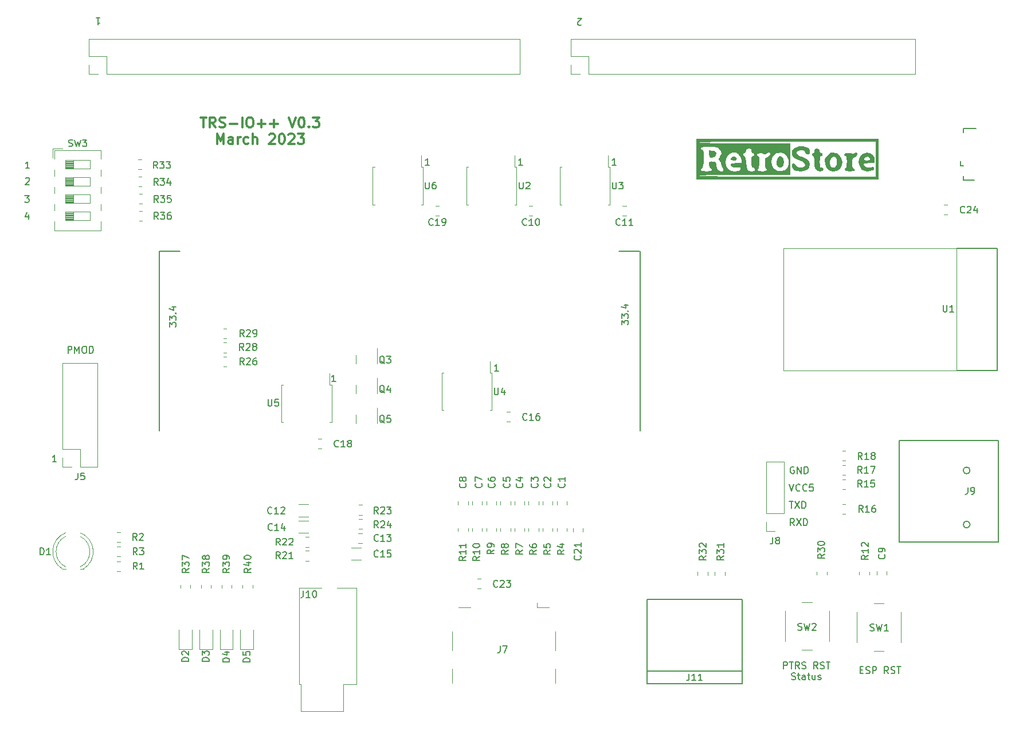
<source format=gbr>
%TF.GenerationSoftware,KiCad,Pcbnew,(6.0.0)*%
%TF.CreationDate,2023-03-19T22:45:45-04:00*%
%TF.ProjectId,TRS-IO++,5452532d-494f-42b2-9b2e-6b696361645f,rev?*%
%TF.SameCoordinates,Original*%
%TF.FileFunction,Legend,Top*%
%TF.FilePolarity,Positive*%
%FSLAX46Y46*%
G04 Gerber Fmt 4.6, Leading zero omitted, Abs format (unit mm)*
G04 Created by KiCad (PCBNEW (6.0.0)) date 2023-03-19 22:45:45*
%MOMM*%
%LPD*%
G01*
G04 APERTURE LIST*
%ADD10C,0.150000*%
%ADD11C,0.300000*%
%ADD12C,0.120000*%
%ADD13C,0.050000*%
G04 APERTURE END LIST*
D10*
X149774414Y-70200780D02*
X149202985Y-70200780D01*
X149488700Y-70200780D02*
X149488700Y-69200780D01*
X149393461Y-69343638D01*
X149298223Y-69438876D01*
X149202985Y-69486495D01*
X62538185Y-72140819D02*
X62585804Y-72093200D01*
X62681042Y-72045580D01*
X62919138Y-72045580D01*
X63014376Y-72093200D01*
X63061995Y-72140819D01*
X63109614Y-72236057D01*
X63109614Y-72331295D01*
X63061995Y-72474152D01*
X62490566Y-73045580D01*
X63109614Y-73045580D01*
X67087714Y-113990380D02*
X66516285Y-113990380D01*
X66802000Y-113990380D02*
X66802000Y-112990380D01*
X66706761Y-113133238D01*
X66611523Y-113228476D01*
X66516285Y-113276095D01*
X185828528Y-144708571D02*
X186161861Y-144708571D01*
X186304719Y-145232380D02*
X185828528Y-145232380D01*
X185828528Y-144232380D01*
X186304719Y-144232380D01*
X186685671Y-145184761D02*
X186828528Y-145232380D01*
X187066623Y-145232380D01*
X187161861Y-145184761D01*
X187209480Y-145137142D01*
X187257100Y-145041904D01*
X187257100Y-144946666D01*
X187209480Y-144851428D01*
X187161861Y-144803809D01*
X187066623Y-144756190D01*
X186876147Y-144708571D01*
X186780909Y-144660952D01*
X186733290Y-144613333D01*
X186685671Y-144518095D01*
X186685671Y-144422857D01*
X186733290Y-144327619D01*
X186780909Y-144280000D01*
X186876147Y-144232380D01*
X187114242Y-144232380D01*
X187257100Y-144280000D01*
X187685671Y-145232380D02*
X187685671Y-144232380D01*
X188066623Y-144232380D01*
X188161861Y-144280000D01*
X188209480Y-144327619D01*
X188257100Y-144422857D01*
X188257100Y-144565714D01*
X188209480Y-144660952D01*
X188161861Y-144708571D01*
X188066623Y-144756190D01*
X187685671Y-144756190D01*
X190019004Y-145232380D02*
X189685671Y-144756190D01*
X189447576Y-145232380D02*
X189447576Y-144232380D01*
X189828528Y-144232380D01*
X189923766Y-144280000D01*
X189971385Y-144327619D01*
X190019004Y-144422857D01*
X190019004Y-144565714D01*
X189971385Y-144660952D01*
X189923766Y-144708571D01*
X189828528Y-144756190D01*
X189447576Y-144756190D01*
X190399957Y-145184761D02*
X190542814Y-145232380D01*
X190780909Y-145232380D01*
X190876147Y-145184761D01*
X190923766Y-145137142D01*
X190971385Y-145041904D01*
X190971385Y-144946666D01*
X190923766Y-144851428D01*
X190876147Y-144803809D01*
X190780909Y-144756190D01*
X190590433Y-144708571D01*
X190495195Y-144660952D01*
X190447576Y-144613333D01*
X190399957Y-144518095D01*
X190399957Y-144422857D01*
X190447576Y-144327619D01*
X190495195Y-144280000D01*
X190590433Y-144232380D01*
X190828528Y-144232380D01*
X190971385Y-144280000D01*
X191257100Y-144232380D02*
X191828528Y-144232380D01*
X191542814Y-145232380D02*
X191542814Y-144232380D01*
X62963576Y-77509714D02*
X62963576Y-78176380D01*
X62725480Y-77128761D02*
X62487385Y-77843047D01*
X63106433Y-77843047D01*
D11*
X88394071Y-63147471D02*
X89251214Y-63147471D01*
X88822642Y-64647471D02*
X88822642Y-63147471D01*
X90608357Y-64647471D02*
X90108357Y-63933185D01*
X89751214Y-64647471D02*
X89751214Y-63147471D01*
X90322642Y-63147471D01*
X90465500Y-63218900D01*
X90536928Y-63290328D01*
X90608357Y-63433185D01*
X90608357Y-63647471D01*
X90536928Y-63790328D01*
X90465500Y-63861757D01*
X90322642Y-63933185D01*
X89751214Y-63933185D01*
X91179785Y-64576042D02*
X91394071Y-64647471D01*
X91751214Y-64647471D01*
X91894071Y-64576042D01*
X91965500Y-64504614D01*
X92036928Y-64361757D01*
X92036928Y-64218900D01*
X91965500Y-64076042D01*
X91894071Y-64004614D01*
X91751214Y-63933185D01*
X91465500Y-63861757D01*
X91322642Y-63790328D01*
X91251214Y-63718900D01*
X91179785Y-63576042D01*
X91179785Y-63433185D01*
X91251214Y-63290328D01*
X91322642Y-63218900D01*
X91465500Y-63147471D01*
X91822642Y-63147471D01*
X92036928Y-63218900D01*
X92679785Y-64076042D02*
X93822642Y-64076042D01*
X94536928Y-64647471D02*
X94536928Y-63147471D01*
X95536928Y-63147471D02*
X95822642Y-63147471D01*
X95965500Y-63218900D01*
X96108357Y-63361757D01*
X96179785Y-63647471D01*
X96179785Y-64147471D01*
X96108357Y-64433185D01*
X95965500Y-64576042D01*
X95822642Y-64647471D01*
X95536928Y-64647471D01*
X95394071Y-64576042D01*
X95251214Y-64433185D01*
X95179785Y-64147471D01*
X95179785Y-63647471D01*
X95251214Y-63361757D01*
X95394071Y-63218900D01*
X95536928Y-63147471D01*
X96822642Y-64076042D02*
X97965500Y-64076042D01*
X97394071Y-64647471D02*
X97394071Y-63504614D01*
X98679785Y-64076042D02*
X99822642Y-64076042D01*
X99251214Y-64647471D02*
X99251214Y-63504614D01*
X101465500Y-63147471D02*
X101965500Y-64647471D01*
X102465500Y-63147471D01*
X103251214Y-63147471D02*
X103394071Y-63147471D01*
X103536928Y-63218900D01*
X103608357Y-63290328D01*
X103679785Y-63433185D01*
X103751214Y-63718900D01*
X103751214Y-64076042D01*
X103679785Y-64361757D01*
X103608357Y-64504614D01*
X103536928Y-64576042D01*
X103394071Y-64647471D01*
X103251214Y-64647471D01*
X103108357Y-64576042D01*
X103036928Y-64504614D01*
X102965500Y-64361757D01*
X102894071Y-64076042D01*
X102894071Y-63718900D01*
X102965500Y-63433185D01*
X103036928Y-63290328D01*
X103108357Y-63218900D01*
X103251214Y-63147471D01*
X104394071Y-64504614D02*
X104465500Y-64576042D01*
X104394071Y-64647471D01*
X104322642Y-64576042D01*
X104394071Y-64504614D01*
X104394071Y-64647471D01*
X104965500Y-63147471D02*
X105894071Y-63147471D01*
X105394071Y-63718900D01*
X105608357Y-63718900D01*
X105751214Y-63790328D01*
X105822642Y-63861757D01*
X105894071Y-64004614D01*
X105894071Y-64361757D01*
X105822642Y-64504614D01*
X105751214Y-64576042D01*
X105608357Y-64647471D01*
X105179785Y-64647471D01*
X105036928Y-64576042D01*
X104965500Y-64504614D01*
X90822642Y-67062471D02*
X90822642Y-65562471D01*
X91322642Y-66633900D01*
X91822642Y-65562471D01*
X91822642Y-67062471D01*
X93179785Y-67062471D02*
X93179785Y-66276757D01*
X93108357Y-66133900D01*
X92965500Y-66062471D01*
X92679785Y-66062471D01*
X92536928Y-66133900D01*
X93179785Y-66991042D02*
X93036928Y-67062471D01*
X92679785Y-67062471D01*
X92536928Y-66991042D01*
X92465500Y-66848185D01*
X92465500Y-66705328D01*
X92536928Y-66562471D01*
X92679785Y-66491042D01*
X93036928Y-66491042D01*
X93179785Y-66419614D01*
X93894071Y-67062471D02*
X93894071Y-66062471D01*
X93894071Y-66348185D02*
X93965500Y-66205328D01*
X94036928Y-66133900D01*
X94179785Y-66062471D01*
X94322642Y-66062471D01*
X95465500Y-66991042D02*
X95322642Y-67062471D01*
X95036928Y-67062471D01*
X94894071Y-66991042D01*
X94822642Y-66919614D01*
X94751214Y-66776757D01*
X94751214Y-66348185D01*
X94822642Y-66205328D01*
X94894071Y-66133900D01*
X95036928Y-66062471D01*
X95322642Y-66062471D01*
X95465500Y-66133900D01*
X96108357Y-67062471D02*
X96108357Y-65562471D01*
X96751214Y-67062471D02*
X96751214Y-66276757D01*
X96679785Y-66133900D01*
X96536928Y-66062471D01*
X96322642Y-66062471D01*
X96179785Y-66133900D01*
X96108357Y-66205328D01*
X98536928Y-65705328D02*
X98608357Y-65633900D01*
X98751214Y-65562471D01*
X99108357Y-65562471D01*
X99251214Y-65633900D01*
X99322642Y-65705328D01*
X99394071Y-65848185D01*
X99394071Y-65991042D01*
X99322642Y-66205328D01*
X98465500Y-67062471D01*
X99394071Y-67062471D01*
X100322642Y-65562471D02*
X100465500Y-65562471D01*
X100608357Y-65633900D01*
X100679785Y-65705328D01*
X100751214Y-65848185D01*
X100822642Y-66133900D01*
X100822642Y-66491042D01*
X100751214Y-66776757D01*
X100679785Y-66919614D01*
X100608357Y-66991042D01*
X100465500Y-67062471D01*
X100322642Y-67062471D01*
X100179785Y-66991042D01*
X100108357Y-66919614D01*
X100036928Y-66776757D01*
X99965500Y-66491042D01*
X99965500Y-66133900D01*
X100036928Y-65848185D01*
X100108357Y-65705328D01*
X100179785Y-65633900D01*
X100322642Y-65562471D01*
X101394071Y-65705328D02*
X101465500Y-65633900D01*
X101608357Y-65562471D01*
X101965500Y-65562471D01*
X102108357Y-65633900D01*
X102179785Y-65705328D01*
X102251214Y-65848185D01*
X102251214Y-65991042D01*
X102179785Y-66205328D01*
X101322642Y-67062471D01*
X102251214Y-67062471D01*
X102751214Y-65562471D02*
X103679785Y-65562471D01*
X103179785Y-66133900D01*
X103394071Y-66133900D01*
X103536928Y-66205328D01*
X103608357Y-66276757D01*
X103679785Y-66419614D01*
X103679785Y-66776757D01*
X103608357Y-66919614D01*
X103536928Y-66991042D01*
X103394071Y-67062471D01*
X102965500Y-67062471D01*
X102822642Y-66991042D01*
X102751214Y-66919614D01*
D10*
X62439766Y-74687180D02*
X63058814Y-74687180D01*
X62725480Y-75068133D01*
X62868338Y-75068133D01*
X62963576Y-75115752D01*
X63011195Y-75163371D01*
X63058814Y-75258609D01*
X63058814Y-75496704D01*
X63011195Y-75591942D01*
X62963576Y-75639561D01*
X62868338Y-75687180D01*
X62582623Y-75687180D01*
X62487385Y-75639561D01*
X62439766Y-75591942D01*
X176055123Y-114765200D02*
X175959885Y-114717580D01*
X175817028Y-114717580D01*
X175674171Y-114765200D01*
X175578933Y-114860438D01*
X175531314Y-114955676D01*
X175483695Y-115146152D01*
X175483695Y-115289009D01*
X175531314Y-115479485D01*
X175578933Y-115574723D01*
X175674171Y-115669961D01*
X175817028Y-115717580D01*
X175912266Y-115717580D01*
X176055123Y-115669961D01*
X176102742Y-115622342D01*
X176102742Y-115289009D01*
X175912266Y-115289009D01*
X176531314Y-115717580D02*
X176531314Y-114717580D01*
X177102742Y-115717580D01*
X177102742Y-114717580D01*
X177578933Y-115717580D02*
X177578933Y-114717580D01*
X177817028Y-114717580D01*
X177959885Y-114765200D01*
X178055123Y-114860438D01*
X178102742Y-114955676D01*
X178150361Y-115146152D01*
X178150361Y-115289009D01*
X178102742Y-115479485D01*
X178055123Y-115574723D01*
X177959885Y-115669961D01*
X177817028Y-115717580D01*
X177578933Y-115717580D01*
X144643614Y-49423579D02*
X144595995Y-49471199D01*
X144500757Y-49518818D01*
X144262661Y-49518818D01*
X144167423Y-49471199D01*
X144119804Y-49423579D01*
X144072185Y-49328341D01*
X144072185Y-49233103D01*
X144119804Y-49090246D01*
X144691233Y-48518818D01*
X144072185Y-48518818D01*
X122190014Y-70200780D02*
X121618585Y-70200780D01*
X121904300Y-70200780D02*
X121904300Y-69200780D01*
X121809061Y-69343638D01*
X121713823Y-69438876D01*
X121618585Y-69486495D01*
X175388457Y-117308380D02*
X175721790Y-118308380D01*
X176055123Y-117308380D01*
X176959885Y-118213142D02*
X176912266Y-118260761D01*
X176769409Y-118308380D01*
X176674171Y-118308380D01*
X176531314Y-118260761D01*
X176436076Y-118165523D01*
X176388457Y-118070285D01*
X176340838Y-117879809D01*
X176340838Y-117736952D01*
X176388457Y-117546476D01*
X176436076Y-117451238D01*
X176531314Y-117356000D01*
X176674171Y-117308380D01*
X176769409Y-117308380D01*
X176912266Y-117356000D01*
X176959885Y-117403619D01*
X177959885Y-118213142D02*
X177912266Y-118260761D01*
X177769409Y-118308380D01*
X177674171Y-118308380D01*
X177531314Y-118260761D01*
X177436076Y-118165523D01*
X177388457Y-118070285D01*
X177340838Y-117879809D01*
X177340838Y-117736952D01*
X177388457Y-117546476D01*
X177436076Y-117451238D01*
X177531314Y-117356000D01*
X177674171Y-117308380D01*
X177769409Y-117308380D01*
X177912266Y-117356000D01*
X177959885Y-117403619D01*
X178864647Y-117308380D02*
X178388457Y-117308380D01*
X178340838Y-117784571D01*
X178388457Y-117736952D01*
X178483695Y-117689333D01*
X178721790Y-117689333D01*
X178817028Y-117736952D01*
X178864647Y-117784571D01*
X178912266Y-117879809D01*
X178912266Y-118117904D01*
X178864647Y-118213142D01*
X178817028Y-118260761D01*
X178721790Y-118308380D01*
X178483695Y-118308380D01*
X178388457Y-118260761D01*
X178340838Y-118213142D01*
X176102742Y-123388380D02*
X175769409Y-122912190D01*
X175531314Y-123388380D02*
X175531314Y-122388380D01*
X175912266Y-122388380D01*
X176007504Y-122436000D01*
X176055123Y-122483619D01*
X176102742Y-122578857D01*
X176102742Y-122721714D01*
X176055123Y-122816952D01*
X176007504Y-122864571D01*
X175912266Y-122912190D01*
X175531314Y-122912190D01*
X176436076Y-122388380D02*
X177102742Y-123388380D01*
X177102742Y-122388380D02*
X176436076Y-123388380D01*
X177483695Y-123388380D02*
X177483695Y-122388380D01*
X177721790Y-122388380D01*
X177864647Y-122436000D01*
X177959885Y-122531238D01*
X178007504Y-122626476D01*
X178055123Y-122816952D01*
X178055123Y-122959809D01*
X178007504Y-123150285D01*
X177959885Y-123245523D01*
X177864647Y-123340761D01*
X177721790Y-123388380D01*
X177483695Y-123388380D01*
X135956814Y-70200780D02*
X135385385Y-70200780D01*
X135671100Y-70200780D02*
X135671100Y-69200780D01*
X135575861Y-69343638D01*
X135480623Y-69438876D01*
X135385385Y-69486495D01*
X132390064Y-100579180D02*
X131818635Y-100579180D01*
X132104350Y-100579180D02*
X132104350Y-99579180D01*
X132009111Y-99722038D01*
X131913873Y-99817276D01*
X131818635Y-99864895D01*
X68805657Y-97937580D02*
X68805657Y-96937580D01*
X69186609Y-96937580D01*
X69281847Y-96985200D01*
X69329466Y-97032819D01*
X69377085Y-97128057D01*
X69377085Y-97270914D01*
X69329466Y-97366152D01*
X69281847Y-97413771D01*
X69186609Y-97461390D01*
X68805657Y-97461390D01*
X69805657Y-97937580D02*
X69805657Y-96937580D01*
X70138990Y-97651866D01*
X70472323Y-96937580D01*
X70472323Y-97937580D01*
X71138990Y-96937580D02*
X71329466Y-96937580D01*
X71424704Y-96985200D01*
X71519942Y-97080438D01*
X71567561Y-97270914D01*
X71567561Y-97604247D01*
X71519942Y-97794723D01*
X71424704Y-97889961D01*
X71329466Y-97937580D01*
X71138990Y-97937580D01*
X71043752Y-97889961D01*
X70948514Y-97794723D01*
X70900895Y-97604247D01*
X70900895Y-97270914D01*
X70948514Y-97080438D01*
X71043752Y-96985200D01*
X71138990Y-96937580D01*
X71996133Y-97937580D02*
X71996133Y-96937580D01*
X72234228Y-96937580D01*
X72377085Y-96985200D01*
X72472323Y-97080438D01*
X72519942Y-97175676D01*
X72567561Y-97366152D01*
X72567561Y-97509009D01*
X72519942Y-97699485D01*
X72472323Y-97794723D01*
X72377085Y-97889961D01*
X72234228Y-97937580D01*
X71996133Y-97937580D01*
X174528757Y-144528980D02*
X174528757Y-143528980D01*
X174909709Y-143528980D01*
X175004947Y-143576600D01*
X175052566Y-143624219D01*
X175100185Y-143719457D01*
X175100185Y-143862314D01*
X175052566Y-143957552D01*
X175004947Y-144005171D01*
X174909709Y-144052790D01*
X174528757Y-144052790D01*
X175385900Y-143528980D02*
X175957328Y-143528980D01*
X175671614Y-144528980D02*
X175671614Y-143528980D01*
X176862090Y-144528980D02*
X176528757Y-144052790D01*
X176290661Y-144528980D02*
X176290661Y-143528980D01*
X176671614Y-143528980D01*
X176766852Y-143576600D01*
X176814471Y-143624219D01*
X176862090Y-143719457D01*
X176862090Y-143862314D01*
X176814471Y-143957552D01*
X176766852Y-144005171D01*
X176671614Y-144052790D01*
X176290661Y-144052790D01*
X177243042Y-144481361D02*
X177385900Y-144528980D01*
X177623995Y-144528980D01*
X177719233Y-144481361D01*
X177766852Y-144433742D01*
X177814471Y-144338504D01*
X177814471Y-144243266D01*
X177766852Y-144148028D01*
X177719233Y-144100409D01*
X177623995Y-144052790D01*
X177433519Y-144005171D01*
X177338280Y-143957552D01*
X177290661Y-143909933D01*
X177243042Y-143814695D01*
X177243042Y-143719457D01*
X177290661Y-143624219D01*
X177338280Y-143576600D01*
X177433519Y-143528980D01*
X177671614Y-143528980D01*
X177814471Y-143576600D01*
X179576376Y-144528980D02*
X179243042Y-144052790D01*
X179004947Y-144528980D02*
X179004947Y-143528980D01*
X179385900Y-143528980D01*
X179481138Y-143576600D01*
X179528757Y-143624219D01*
X179576376Y-143719457D01*
X179576376Y-143862314D01*
X179528757Y-143957552D01*
X179481138Y-144005171D01*
X179385900Y-144052790D01*
X179004947Y-144052790D01*
X179957328Y-144481361D02*
X180100185Y-144528980D01*
X180338280Y-144528980D01*
X180433519Y-144481361D01*
X180481138Y-144433742D01*
X180528757Y-144338504D01*
X180528757Y-144243266D01*
X180481138Y-144148028D01*
X180433519Y-144100409D01*
X180338280Y-144052790D01*
X180147804Y-144005171D01*
X180052566Y-143957552D01*
X180004947Y-143909933D01*
X179957328Y-143814695D01*
X179957328Y-143719457D01*
X180004947Y-143624219D01*
X180052566Y-143576600D01*
X180147804Y-143528980D01*
X180385900Y-143528980D01*
X180528757Y-143576600D01*
X180814471Y-143528980D02*
X181385900Y-143528980D01*
X181100185Y-144528980D02*
X181100185Y-143528980D01*
X175719233Y-146091361D02*
X175862090Y-146138980D01*
X176100185Y-146138980D01*
X176195423Y-146091361D01*
X176243042Y-146043742D01*
X176290661Y-145948504D01*
X176290661Y-145853266D01*
X176243042Y-145758028D01*
X176195423Y-145710409D01*
X176100185Y-145662790D01*
X175909709Y-145615171D01*
X175814471Y-145567552D01*
X175766852Y-145519933D01*
X175719233Y-145424695D01*
X175719233Y-145329457D01*
X175766852Y-145234219D01*
X175814471Y-145186600D01*
X175909709Y-145138980D01*
X176147804Y-145138980D01*
X176290661Y-145186600D01*
X176576376Y-145472314D02*
X176957328Y-145472314D01*
X176719233Y-145138980D02*
X176719233Y-145996123D01*
X176766852Y-146091361D01*
X176862090Y-146138980D01*
X176957328Y-146138980D01*
X177719233Y-146138980D02*
X177719233Y-145615171D01*
X177671614Y-145519933D01*
X177576376Y-145472314D01*
X177385900Y-145472314D01*
X177290661Y-145519933D01*
X177719233Y-146091361D02*
X177623995Y-146138980D01*
X177385900Y-146138980D01*
X177290661Y-146091361D01*
X177243042Y-145996123D01*
X177243042Y-145900885D01*
X177290661Y-145805647D01*
X177385900Y-145758028D01*
X177623995Y-145758028D01*
X177719233Y-145710409D01*
X178052566Y-145472314D02*
X178433519Y-145472314D01*
X178195423Y-145138980D02*
X178195423Y-145996123D01*
X178243042Y-146091361D01*
X178338280Y-146138980D01*
X178433519Y-146138980D01*
X179195423Y-145472314D02*
X179195423Y-146138980D01*
X178766852Y-145472314D02*
X178766852Y-145996123D01*
X178814471Y-146091361D01*
X178909709Y-146138980D01*
X179052566Y-146138980D01*
X179147804Y-146091361D01*
X179195423Y-146043742D01*
X179623995Y-146091361D02*
X179719233Y-146138980D01*
X179909709Y-146138980D01*
X180004947Y-146091361D01*
X180052566Y-145996123D01*
X180052566Y-145948504D01*
X180004947Y-145853266D01*
X179909709Y-145805647D01*
X179766852Y-145805647D01*
X179671614Y-145758028D01*
X179623995Y-145662790D01*
X179623995Y-145615171D01*
X179671614Y-145519933D01*
X179766852Y-145472314D01*
X179909709Y-145472314D01*
X180004947Y-145519933D01*
X175388457Y-119848380D02*
X175959885Y-119848380D01*
X175674171Y-120848380D02*
X175674171Y-119848380D01*
X176197981Y-119848380D02*
X176864647Y-120848380D01*
X176864647Y-119848380D02*
X176197981Y-120848380D01*
X177245600Y-120848380D02*
X177245600Y-119848380D01*
X177483695Y-119848380D01*
X177626552Y-119896000D01*
X177721790Y-119991238D01*
X177769409Y-120086476D01*
X177817028Y-120276952D01*
X177817028Y-120419809D01*
X177769409Y-120610285D01*
X177721790Y-120705523D01*
X177626552Y-120800761D01*
X177483695Y-120848380D01*
X177245600Y-120848380D01*
X63109614Y-70657980D02*
X62538185Y-70657980D01*
X62823900Y-70657980D02*
X62823900Y-69657980D01*
X62728661Y-69800838D01*
X62633423Y-69896076D01*
X62538185Y-69943695D01*
X72952185Y-48468019D02*
X73523614Y-48468019D01*
X73237900Y-48468019D02*
X73237900Y-49468019D01*
X73333138Y-49325161D01*
X73428376Y-49229923D01*
X73523614Y-49182304D01*
X108337314Y-102153980D02*
X107765885Y-102153980D01*
X108051600Y-102153980D02*
X108051600Y-101153980D01*
X107956361Y-101296838D01*
X107861123Y-101392076D01*
X107765885Y-101439695D01*
%TO.C,R33*%
X82043842Y-70657980D02*
X81710509Y-70181790D01*
X81472414Y-70657980D02*
X81472414Y-69657980D01*
X81853366Y-69657980D01*
X81948604Y-69705600D01*
X81996223Y-69753219D01*
X82043842Y-69848457D01*
X82043842Y-69991314D01*
X81996223Y-70086552D01*
X81948604Y-70134171D01*
X81853366Y-70181790D01*
X81472414Y-70181790D01*
X82377176Y-69657980D02*
X82996223Y-69657980D01*
X82662890Y-70038933D01*
X82805747Y-70038933D01*
X82900985Y-70086552D01*
X82948604Y-70134171D01*
X82996223Y-70229409D01*
X82996223Y-70467504D01*
X82948604Y-70562742D01*
X82900985Y-70610361D01*
X82805747Y-70657980D01*
X82520033Y-70657980D01*
X82424795Y-70610361D01*
X82377176Y-70562742D01*
X83329557Y-69657980D02*
X83948604Y-69657980D01*
X83615271Y-70038933D01*
X83758128Y-70038933D01*
X83853366Y-70086552D01*
X83900985Y-70134171D01*
X83948604Y-70229409D01*
X83948604Y-70467504D01*
X83900985Y-70562742D01*
X83853366Y-70610361D01*
X83758128Y-70657980D01*
X83472414Y-70657980D01*
X83377176Y-70610361D01*
X83329557Y-70562742D01*
%TO.C,R39*%
X92670612Y-129725657D02*
X92194422Y-130058990D01*
X92670612Y-130297085D02*
X91670612Y-130297085D01*
X91670612Y-129916133D01*
X91718232Y-129820895D01*
X91765851Y-129773276D01*
X91861089Y-129725657D01*
X92003946Y-129725657D01*
X92099184Y-129773276D01*
X92146803Y-129820895D01*
X92194422Y-129916133D01*
X92194422Y-130297085D01*
X91670612Y-129392323D02*
X91670612Y-128773276D01*
X92051565Y-129106609D01*
X92051565Y-128963752D01*
X92099184Y-128868514D01*
X92146803Y-128820895D01*
X92242041Y-128773276D01*
X92480136Y-128773276D01*
X92575374Y-128820895D01*
X92622993Y-128868514D01*
X92670612Y-128963752D01*
X92670612Y-129249466D01*
X92622993Y-129344704D01*
X92575374Y-129392323D01*
X92670612Y-128297085D02*
X92670612Y-128106609D01*
X92622993Y-128011371D01*
X92575374Y-127963752D01*
X92432517Y-127868514D01*
X92242041Y-127820895D01*
X91861089Y-127820895D01*
X91765851Y-127868514D01*
X91718232Y-127916133D01*
X91670612Y-128011371D01*
X91670612Y-128201847D01*
X91718232Y-128297085D01*
X91765851Y-128344704D01*
X91861089Y-128392323D01*
X92099184Y-128392323D01*
X92194422Y-128344704D01*
X92242041Y-128297085D01*
X92289660Y-128201847D01*
X92289660Y-128011371D01*
X92242041Y-127916133D01*
X92194422Y-127868514D01*
X92099184Y-127820895D01*
%TO.C,C15*%
X114637541Y-127959741D02*
X114589922Y-128007360D01*
X114447065Y-128054979D01*
X114351827Y-128054979D01*
X114208970Y-128007360D01*
X114113732Y-127912122D01*
X114066113Y-127816884D01*
X114018494Y-127626408D01*
X114018494Y-127483551D01*
X114066113Y-127293075D01*
X114113732Y-127197837D01*
X114208970Y-127102599D01*
X114351827Y-127054979D01*
X114447065Y-127054979D01*
X114589922Y-127102599D01*
X114637541Y-127150218D01*
X115589922Y-128054979D02*
X115018494Y-128054979D01*
X115304208Y-128054979D02*
X115304208Y-127054979D01*
X115208970Y-127197837D01*
X115113732Y-127293075D01*
X115018494Y-127340694D01*
X116494684Y-127054979D02*
X116018494Y-127054979D01*
X115970875Y-127531170D01*
X116018494Y-127483551D01*
X116113732Y-127435932D01*
X116351827Y-127435932D01*
X116447065Y-127483551D01*
X116494684Y-127531170D01*
X116542303Y-127626408D01*
X116542303Y-127864503D01*
X116494684Y-127959741D01*
X116447065Y-128007360D01*
X116351827Y-128054979D01*
X116113732Y-128054979D01*
X116018494Y-128007360D01*
X115970875Y-127959741D01*
%TO.C,R8*%
X133837480Y-127039666D02*
X133361290Y-127373000D01*
X133837480Y-127611095D02*
X132837480Y-127611095D01*
X132837480Y-127230142D01*
X132885100Y-127134904D01*
X132932719Y-127087285D01*
X133027957Y-127039666D01*
X133170814Y-127039666D01*
X133266052Y-127087285D01*
X133313671Y-127134904D01*
X133361290Y-127230142D01*
X133361290Y-127611095D01*
X133266052Y-126468238D02*
X133218433Y-126563476D01*
X133170814Y-126611095D01*
X133075576Y-126658714D01*
X133027957Y-126658714D01*
X132932719Y-126611095D01*
X132885100Y-126563476D01*
X132837480Y-126468238D01*
X132837480Y-126277761D01*
X132885100Y-126182523D01*
X132932719Y-126134904D01*
X133027957Y-126087285D01*
X133075576Y-126087285D01*
X133170814Y-126134904D01*
X133218433Y-126182523D01*
X133266052Y-126277761D01*
X133266052Y-126468238D01*
X133313671Y-126563476D01*
X133361290Y-126611095D01*
X133456528Y-126658714D01*
X133647004Y-126658714D01*
X133742242Y-126611095D01*
X133789861Y-126563476D01*
X133837480Y-126468238D01*
X133837480Y-126277761D01*
X133789861Y-126182523D01*
X133742242Y-126134904D01*
X133647004Y-126087285D01*
X133456528Y-126087285D01*
X133361290Y-126134904D01*
X133313671Y-126182523D01*
X133266052Y-126277761D01*
%TO.C,R40*%
X95822480Y-129725657D02*
X95346290Y-130058990D01*
X95822480Y-130297085D02*
X94822480Y-130297085D01*
X94822480Y-129916133D01*
X94870100Y-129820895D01*
X94917719Y-129773276D01*
X95012957Y-129725657D01*
X95155814Y-129725657D01*
X95251052Y-129773276D01*
X95298671Y-129820895D01*
X95346290Y-129916133D01*
X95346290Y-130297085D01*
X95155814Y-128868514D02*
X95822480Y-128868514D01*
X94774861Y-129106609D02*
X95489147Y-129344704D01*
X95489147Y-128725657D01*
X94822480Y-128154228D02*
X94822480Y-128058990D01*
X94870100Y-127963752D01*
X94917719Y-127916133D01*
X95012957Y-127868514D01*
X95203433Y-127820895D01*
X95441528Y-127820895D01*
X95632004Y-127868514D01*
X95727242Y-127916133D01*
X95774861Y-127963752D01*
X95822480Y-128058990D01*
X95822480Y-128154228D01*
X95774861Y-128249466D01*
X95727242Y-128297085D01*
X95632004Y-128344704D01*
X95441528Y-128392323D01*
X95203433Y-128392323D01*
X95012957Y-128344704D01*
X94917719Y-128297085D01*
X94870100Y-128249466D01*
X94822480Y-128154228D01*
%TO.C,SW3*%
X68907366Y-67398761D02*
X69050223Y-67446380D01*
X69288319Y-67446380D01*
X69383557Y-67398761D01*
X69431176Y-67351142D01*
X69478795Y-67255904D01*
X69478795Y-67160666D01*
X69431176Y-67065428D01*
X69383557Y-67017809D01*
X69288319Y-66970190D01*
X69097842Y-66922571D01*
X69002604Y-66874952D01*
X68954985Y-66827333D01*
X68907366Y-66732095D01*
X68907366Y-66636857D01*
X68954985Y-66541619D01*
X69002604Y-66494000D01*
X69097842Y-66446380D01*
X69335938Y-66446380D01*
X69478795Y-66494000D01*
X69812128Y-66446380D02*
X70050223Y-67446380D01*
X70240700Y-66732095D01*
X70431176Y-67446380D01*
X70669271Y-66446380D01*
X70954985Y-66446380D02*
X71574033Y-66446380D01*
X71240700Y-66827333D01*
X71383557Y-66827333D01*
X71478795Y-66874952D01*
X71526414Y-66922571D01*
X71574033Y-67017809D01*
X71574033Y-67255904D01*
X71526414Y-67351142D01*
X71478795Y-67398761D01*
X71383557Y-67446380D01*
X71097842Y-67446380D01*
X71002604Y-67398761D01*
X70954985Y-67351142D01*
%TO.C,R29*%
X94810342Y-95499180D02*
X94477009Y-95022990D01*
X94238914Y-95499180D02*
X94238914Y-94499180D01*
X94619866Y-94499180D01*
X94715104Y-94546800D01*
X94762723Y-94594419D01*
X94810342Y-94689657D01*
X94810342Y-94832514D01*
X94762723Y-94927752D01*
X94715104Y-94975371D01*
X94619866Y-95022990D01*
X94238914Y-95022990D01*
X95191295Y-94594419D02*
X95238914Y-94546800D01*
X95334152Y-94499180D01*
X95572247Y-94499180D01*
X95667485Y-94546800D01*
X95715104Y-94594419D01*
X95762723Y-94689657D01*
X95762723Y-94784895D01*
X95715104Y-94927752D01*
X95143676Y-95499180D01*
X95762723Y-95499180D01*
X96238914Y-95499180D02*
X96429390Y-95499180D01*
X96524628Y-95451561D01*
X96572247Y-95403942D01*
X96667485Y-95261085D01*
X96715104Y-95070609D01*
X96715104Y-94689657D01*
X96667485Y-94594419D01*
X96619866Y-94546800D01*
X96524628Y-94499180D01*
X96334152Y-94499180D01*
X96238914Y-94546800D01*
X96191295Y-94594419D01*
X96143676Y-94689657D01*
X96143676Y-94927752D01*
X96191295Y-95022990D01*
X96238914Y-95070609D01*
X96334152Y-95118228D01*
X96524628Y-95118228D01*
X96619866Y-95070609D01*
X96667485Y-95022990D01*
X96715104Y-94927752D01*
%TO.C,D3*%
X89630046Y-143451295D02*
X88630046Y-143451295D01*
X88630046Y-143213200D01*
X88677666Y-143070342D01*
X88772904Y-142975104D01*
X88868142Y-142927485D01*
X89058618Y-142879866D01*
X89201475Y-142879866D01*
X89391951Y-142927485D01*
X89487189Y-142975104D01*
X89582427Y-143070342D01*
X89630046Y-143213200D01*
X89630046Y-143451295D01*
X88630046Y-142546533D02*
X88630046Y-141927485D01*
X89010999Y-142260819D01*
X89010999Y-142117961D01*
X89058618Y-142022723D01*
X89106237Y-141975104D01*
X89201475Y-141927485D01*
X89439570Y-141927485D01*
X89534808Y-141975104D01*
X89582427Y-142022723D01*
X89630046Y-142117961D01*
X89630046Y-142403676D01*
X89582427Y-142498914D01*
X89534808Y-142546533D01*
%TO.C,C16*%
X136603042Y-107748342D02*
X136555423Y-107795961D01*
X136412566Y-107843580D01*
X136317328Y-107843580D01*
X136174471Y-107795961D01*
X136079233Y-107700723D01*
X136031614Y-107605485D01*
X135983995Y-107415009D01*
X135983995Y-107272152D01*
X136031614Y-107081676D01*
X136079233Y-106986438D01*
X136174471Y-106891200D01*
X136317328Y-106843580D01*
X136412566Y-106843580D01*
X136555423Y-106891200D01*
X136603042Y-106938819D01*
X137555423Y-107843580D02*
X136983995Y-107843580D01*
X137269709Y-107843580D02*
X137269709Y-106843580D01*
X137174471Y-106986438D01*
X137079233Y-107081676D01*
X136983995Y-107129295D01*
X138412566Y-106843580D02*
X138222090Y-106843580D01*
X138126852Y-106891200D01*
X138079233Y-106938819D01*
X137983995Y-107081676D01*
X137936376Y-107272152D01*
X137936376Y-107653104D01*
X137983995Y-107748342D01*
X138031614Y-107795961D01*
X138126852Y-107843580D01*
X138317328Y-107843580D01*
X138412566Y-107795961D01*
X138460185Y-107748342D01*
X138507804Y-107653104D01*
X138507804Y-107415009D01*
X138460185Y-107319771D01*
X138412566Y-107272152D01*
X138317328Y-107224533D01*
X138126852Y-107224533D01*
X138031614Y-107272152D01*
X137983995Y-107319771D01*
X137936376Y-107415009D01*
%TO.C,R10*%
X129621080Y-127973057D02*
X129144890Y-128306390D01*
X129621080Y-128544485D02*
X128621080Y-128544485D01*
X128621080Y-128163533D01*
X128668700Y-128068295D01*
X128716319Y-128020676D01*
X128811557Y-127973057D01*
X128954414Y-127973057D01*
X129049652Y-128020676D01*
X129097271Y-128068295D01*
X129144890Y-128163533D01*
X129144890Y-128544485D01*
X129621080Y-127020676D02*
X129621080Y-127592104D01*
X129621080Y-127306390D02*
X128621080Y-127306390D01*
X128763938Y-127401628D01*
X128859176Y-127496866D01*
X128906795Y-127592104D01*
X128621080Y-126401628D02*
X128621080Y-126306390D01*
X128668700Y-126211152D01*
X128716319Y-126163533D01*
X128811557Y-126115914D01*
X129002033Y-126068295D01*
X129240128Y-126068295D01*
X129430604Y-126115914D01*
X129525842Y-126163533D01*
X129573461Y-126211152D01*
X129621080Y-126306390D01*
X129621080Y-126401628D01*
X129573461Y-126496866D01*
X129525842Y-126544485D01*
X129430604Y-126592104D01*
X129240128Y-126639723D01*
X129002033Y-126639723D01*
X128811557Y-126592104D01*
X128716319Y-126544485D01*
X128668700Y-126496866D01*
X128621080Y-126401628D01*
%TO.C,R35*%
X82145442Y-75687180D02*
X81812109Y-75210990D01*
X81574014Y-75687180D02*
X81574014Y-74687180D01*
X81954966Y-74687180D01*
X82050204Y-74734800D01*
X82097823Y-74782419D01*
X82145442Y-74877657D01*
X82145442Y-75020514D01*
X82097823Y-75115752D01*
X82050204Y-75163371D01*
X81954966Y-75210990D01*
X81574014Y-75210990D01*
X82478776Y-74687180D02*
X83097823Y-74687180D01*
X82764490Y-75068133D01*
X82907347Y-75068133D01*
X83002585Y-75115752D01*
X83050204Y-75163371D01*
X83097823Y-75258609D01*
X83097823Y-75496704D01*
X83050204Y-75591942D01*
X83002585Y-75639561D01*
X82907347Y-75687180D01*
X82621633Y-75687180D01*
X82526395Y-75639561D01*
X82478776Y-75591942D01*
X84002585Y-74687180D02*
X83526395Y-74687180D01*
X83478776Y-75163371D01*
X83526395Y-75115752D01*
X83621633Y-75068133D01*
X83859728Y-75068133D01*
X83954966Y-75115752D01*
X84002585Y-75163371D01*
X84050204Y-75258609D01*
X84050204Y-75496704D01*
X84002585Y-75591942D01*
X83954966Y-75639561D01*
X83859728Y-75687180D01*
X83621633Y-75687180D01*
X83526395Y-75639561D01*
X83478776Y-75591942D01*
%TO.C,D2*%
X86643980Y-143451295D02*
X85643980Y-143451295D01*
X85643980Y-143213200D01*
X85691600Y-143070342D01*
X85786838Y-142975104D01*
X85882076Y-142927485D01*
X86072552Y-142879866D01*
X86215409Y-142879866D01*
X86405885Y-142927485D01*
X86501123Y-142975104D01*
X86596361Y-143070342D01*
X86643980Y-143213200D01*
X86643980Y-143451295D01*
X85739219Y-142498914D02*
X85691600Y-142451295D01*
X85643980Y-142356057D01*
X85643980Y-142117961D01*
X85691600Y-142022723D01*
X85739219Y-141975104D01*
X85834457Y-141927485D01*
X85929695Y-141927485D01*
X86072552Y-141975104D01*
X86643980Y-142546533D01*
X86643980Y-141927485D01*
%TO.C,R7*%
X135971080Y-127039666D02*
X135494890Y-127373000D01*
X135971080Y-127611095D02*
X134971080Y-127611095D01*
X134971080Y-127230142D01*
X135018700Y-127134904D01*
X135066319Y-127087285D01*
X135161557Y-127039666D01*
X135304414Y-127039666D01*
X135399652Y-127087285D01*
X135447271Y-127134904D01*
X135494890Y-127230142D01*
X135494890Y-127611095D01*
X134971080Y-126706333D02*
X134971080Y-126039666D01*
X135971080Y-126468238D01*
%TO.C,R16*%
X186234642Y-121419880D02*
X185901309Y-120943690D01*
X185663214Y-121419880D02*
X185663214Y-120419880D01*
X186044166Y-120419880D01*
X186139404Y-120467500D01*
X186187023Y-120515119D01*
X186234642Y-120610357D01*
X186234642Y-120753214D01*
X186187023Y-120848452D01*
X186139404Y-120896071D01*
X186044166Y-120943690D01*
X185663214Y-120943690D01*
X187187023Y-121419880D02*
X186615595Y-121419880D01*
X186901309Y-121419880D02*
X186901309Y-120419880D01*
X186806071Y-120562738D01*
X186710833Y-120657976D01*
X186615595Y-120705595D01*
X188044166Y-120419880D02*
X187853690Y-120419880D01*
X187758452Y-120467500D01*
X187710833Y-120515119D01*
X187615595Y-120657976D01*
X187567976Y-120848452D01*
X187567976Y-121229404D01*
X187615595Y-121324642D01*
X187663214Y-121372261D01*
X187758452Y-121419880D01*
X187948928Y-121419880D01*
X188044166Y-121372261D01*
X188091785Y-121324642D01*
X188139404Y-121229404D01*
X188139404Y-120991309D01*
X188091785Y-120896071D01*
X188044166Y-120848452D01*
X187948928Y-120800833D01*
X187758452Y-120800833D01*
X187663214Y-120848452D01*
X187615595Y-120896071D01*
X187567976Y-120991309D01*
%TO.C,C12*%
X98923341Y-121575941D02*
X98875722Y-121623560D01*
X98732865Y-121671179D01*
X98637627Y-121671179D01*
X98494770Y-121623560D01*
X98399532Y-121528322D01*
X98351913Y-121433084D01*
X98304294Y-121242608D01*
X98304294Y-121099751D01*
X98351913Y-120909275D01*
X98399532Y-120814037D01*
X98494770Y-120718799D01*
X98637627Y-120671179D01*
X98732865Y-120671179D01*
X98875722Y-120718799D01*
X98923341Y-120766418D01*
X99875722Y-121671179D02*
X99304294Y-121671179D01*
X99590008Y-121671179D02*
X99590008Y-120671179D01*
X99494770Y-120814037D01*
X99399532Y-120909275D01*
X99304294Y-120956894D01*
X100256675Y-120766418D02*
X100304294Y-120718799D01*
X100399532Y-120671179D01*
X100637627Y-120671179D01*
X100732865Y-120718799D01*
X100780484Y-120766418D01*
X100828103Y-120861656D01*
X100828103Y-120956894D01*
X100780484Y-121099751D01*
X100209056Y-121671179D01*
X100828103Y-121671179D01*
%TO.C,C6*%
X131786442Y-117209866D02*
X131834061Y-117257485D01*
X131881680Y-117400342D01*
X131881680Y-117495580D01*
X131834061Y-117638438D01*
X131738823Y-117733676D01*
X131643585Y-117781295D01*
X131453109Y-117828914D01*
X131310252Y-117828914D01*
X131119776Y-117781295D01*
X131024538Y-117733676D01*
X130929300Y-117638438D01*
X130881680Y-117495580D01*
X130881680Y-117400342D01*
X130929300Y-117257485D01*
X130976919Y-117209866D01*
X130881680Y-116352723D02*
X130881680Y-116543200D01*
X130929300Y-116638438D01*
X130976919Y-116686057D01*
X131119776Y-116781295D01*
X131310252Y-116828914D01*
X131691204Y-116828914D01*
X131786442Y-116781295D01*
X131834061Y-116733676D01*
X131881680Y-116638438D01*
X131881680Y-116447961D01*
X131834061Y-116352723D01*
X131786442Y-116305104D01*
X131691204Y-116257485D01*
X131453109Y-116257485D01*
X131357871Y-116305104D01*
X131310252Y-116352723D01*
X131262633Y-116447961D01*
X131262633Y-116638438D01*
X131310252Y-116733676D01*
X131357871Y-116781295D01*
X131453109Y-116828914D01*
%TO.C,R34*%
X82094642Y-73147180D02*
X81761309Y-72670990D01*
X81523214Y-73147180D02*
X81523214Y-72147180D01*
X81904166Y-72147180D01*
X81999404Y-72194800D01*
X82047023Y-72242419D01*
X82094642Y-72337657D01*
X82094642Y-72480514D01*
X82047023Y-72575752D01*
X81999404Y-72623371D01*
X81904166Y-72670990D01*
X81523214Y-72670990D01*
X82427976Y-72147180D02*
X83047023Y-72147180D01*
X82713690Y-72528133D01*
X82856547Y-72528133D01*
X82951785Y-72575752D01*
X82999404Y-72623371D01*
X83047023Y-72718609D01*
X83047023Y-72956704D01*
X82999404Y-73051942D01*
X82951785Y-73099561D01*
X82856547Y-73147180D01*
X82570833Y-73147180D01*
X82475595Y-73099561D01*
X82427976Y-73051942D01*
X83904166Y-72480514D02*
X83904166Y-73147180D01*
X83666071Y-72099561D02*
X83427976Y-72813847D01*
X84047023Y-72813847D01*
%TO.C,R2*%
X78979733Y-125572780D02*
X78646400Y-125096590D01*
X78408304Y-125572780D02*
X78408304Y-124572780D01*
X78789257Y-124572780D01*
X78884495Y-124620400D01*
X78932114Y-124668019D01*
X78979733Y-124763257D01*
X78979733Y-124906114D01*
X78932114Y-125001352D01*
X78884495Y-125048971D01*
X78789257Y-125096590D01*
X78408304Y-125096590D01*
X79360685Y-124668019D02*
X79408304Y-124620400D01*
X79503542Y-124572780D01*
X79741638Y-124572780D01*
X79836876Y-124620400D01*
X79884495Y-124668019D01*
X79932114Y-124763257D01*
X79932114Y-124858495D01*
X79884495Y-125001352D01*
X79313066Y-125572780D01*
X79932114Y-125572780D01*
%TO.C,C4*%
X135913942Y-117209866D02*
X135961561Y-117257485D01*
X136009180Y-117400342D01*
X136009180Y-117495580D01*
X135961561Y-117638438D01*
X135866323Y-117733676D01*
X135771085Y-117781295D01*
X135580609Y-117828914D01*
X135437752Y-117828914D01*
X135247276Y-117781295D01*
X135152038Y-117733676D01*
X135056800Y-117638438D01*
X135009180Y-117495580D01*
X135009180Y-117400342D01*
X135056800Y-117257485D01*
X135104419Y-117209866D01*
X135342514Y-116352723D02*
X136009180Y-116352723D01*
X134961561Y-116590819D02*
X135675847Y-116828914D01*
X135675847Y-116209866D01*
%TO.C,R31*%
X165669680Y-127896857D02*
X165193490Y-128230190D01*
X165669680Y-128468285D02*
X164669680Y-128468285D01*
X164669680Y-128087333D01*
X164717300Y-127992095D01*
X164764919Y-127944476D01*
X164860157Y-127896857D01*
X165003014Y-127896857D01*
X165098252Y-127944476D01*
X165145871Y-127992095D01*
X165193490Y-128087333D01*
X165193490Y-128468285D01*
X164669680Y-127563523D02*
X164669680Y-126944476D01*
X165050633Y-127277809D01*
X165050633Y-127134952D01*
X165098252Y-127039714D01*
X165145871Y-126992095D01*
X165241109Y-126944476D01*
X165479204Y-126944476D01*
X165574442Y-126992095D01*
X165622061Y-127039714D01*
X165669680Y-127134952D01*
X165669680Y-127420666D01*
X165622061Y-127515904D01*
X165574442Y-127563523D01*
X165669680Y-125992095D02*
X165669680Y-126563523D01*
X165669680Y-126277809D02*
X164669680Y-126277809D01*
X164812538Y-126373047D01*
X164907776Y-126468285D01*
X164955395Y-126563523D01*
%TO.C,C3*%
X138136442Y-117209866D02*
X138184061Y-117257485D01*
X138231680Y-117400342D01*
X138231680Y-117495580D01*
X138184061Y-117638438D01*
X138088823Y-117733676D01*
X137993585Y-117781295D01*
X137803109Y-117828914D01*
X137660252Y-117828914D01*
X137469776Y-117781295D01*
X137374538Y-117733676D01*
X137279300Y-117638438D01*
X137231680Y-117495580D01*
X137231680Y-117400342D01*
X137279300Y-117257485D01*
X137326919Y-117209866D01*
X137231680Y-116876533D02*
X137231680Y-116257485D01*
X137612633Y-116590819D01*
X137612633Y-116447961D01*
X137660252Y-116352723D01*
X137707871Y-116305104D01*
X137803109Y-116257485D01*
X138041204Y-116257485D01*
X138136442Y-116305104D01*
X138184061Y-116352723D01*
X138231680Y-116447961D01*
X138231680Y-116733676D01*
X138184061Y-116828914D01*
X138136442Y-116876533D01*
%TO.C,C7*%
X129881442Y-117209866D02*
X129929061Y-117257485D01*
X129976680Y-117400342D01*
X129976680Y-117495580D01*
X129929061Y-117638438D01*
X129833823Y-117733676D01*
X129738585Y-117781295D01*
X129548109Y-117828914D01*
X129405252Y-117828914D01*
X129214776Y-117781295D01*
X129119538Y-117733676D01*
X129024300Y-117638438D01*
X128976680Y-117495580D01*
X128976680Y-117400342D01*
X129024300Y-117257485D01*
X129071919Y-117209866D01*
X128976680Y-116876533D02*
X128976680Y-116209866D01*
X129976680Y-116638438D01*
%TO.C,C1*%
X142124242Y-117209866D02*
X142171861Y-117257485D01*
X142219480Y-117400342D01*
X142219480Y-117495580D01*
X142171861Y-117638438D01*
X142076623Y-117733676D01*
X141981385Y-117781295D01*
X141790909Y-117828914D01*
X141648052Y-117828914D01*
X141457576Y-117781295D01*
X141362338Y-117733676D01*
X141267100Y-117638438D01*
X141219480Y-117495580D01*
X141219480Y-117400342D01*
X141267100Y-117257485D01*
X141314719Y-117209866D01*
X142219480Y-116257485D02*
X142219480Y-116828914D01*
X142219480Y-116543200D02*
X141219480Y-116543200D01*
X141362338Y-116638438D01*
X141457576Y-116733676D01*
X141505195Y-116828914D01*
%TO.C,SW2*%
X176654166Y-138783961D02*
X176797023Y-138831580D01*
X177035119Y-138831580D01*
X177130357Y-138783961D01*
X177177976Y-138736342D01*
X177225595Y-138641104D01*
X177225595Y-138545866D01*
X177177976Y-138450628D01*
X177130357Y-138403009D01*
X177035119Y-138355390D01*
X176844642Y-138307771D01*
X176749404Y-138260152D01*
X176701785Y-138212533D01*
X176654166Y-138117295D01*
X176654166Y-138022057D01*
X176701785Y-137926819D01*
X176749404Y-137879200D01*
X176844642Y-137831580D01*
X177082738Y-137831580D01*
X177225595Y-137879200D01*
X177558928Y-137831580D02*
X177797023Y-138831580D01*
X177987500Y-138117295D01*
X178177976Y-138831580D01*
X178416071Y-137831580D01*
X178749404Y-137926819D02*
X178797023Y-137879200D01*
X178892261Y-137831580D01*
X179130357Y-137831580D01*
X179225595Y-137879200D01*
X179273214Y-137926819D01*
X179320833Y-138022057D01*
X179320833Y-138117295D01*
X179273214Y-138260152D01*
X178701785Y-138831580D01*
X179320833Y-138831580D01*
%TO.C,J10*%
X103568776Y-133005580D02*
X103568776Y-133719866D01*
X103521157Y-133862723D01*
X103425919Y-133957961D01*
X103283061Y-134005580D01*
X103187823Y-134005580D01*
X104568776Y-134005580D02*
X103997347Y-134005580D01*
X104283061Y-134005580D02*
X104283061Y-133005580D01*
X104187823Y-133148438D01*
X104092585Y-133243676D01*
X103997347Y-133291295D01*
X105187823Y-133005580D02*
X105283061Y-133005580D01*
X105378300Y-133053200D01*
X105425919Y-133100819D01*
X105473538Y-133196057D01*
X105521157Y-133386533D01*
X105521157Y-133624628D01*
X105473538Y-133815104D01*
X105425919Y-133910342D01*
X105378300Y-133957961D01*
X105283061Y-134005580D01*
X105187823Y-134005580D01*
X105092585Y-133957961D01*
X105044966Y-133910342D01*
X104997347Y-133815104D01*
X104949728Y-133624628D01*
X104949728Y-133386533D01*
X104997347Y-133196057D01*
X105044966Y-133100819D01*
X105092585Y-133053200D01*
X105187823Y-133005580D01*
%TO.C,C19*%
X122734642Y-78999142D02*
X122687023Y-79046761D01*
X122544166Y-79094380D01*
X122448928Y-79094380D01*
X122306071Y-79046761D01*
X122210833Y-78951523D01*
X122163214Y-78856285D01*
X122115595Y-78665809D01*
X122115595Y-78522952D01*
X122163214Y-78332476D01*
X122210833Y-78237238D01*
X122306071Y-78142000D01*
X122448928Y-78094380D01*
X122544166Y-78094380D01*
X122687023Y-78142000D01*
X122734642Y-78189619D01*
X123687023Y-79094380D02*
X123115595Y-79094380D01*
X123401309Y-79094380D02*
X123401309Y-78094380D01*
X123306071Y-78237238D01*
X123210833Y-78332476D01*
X123115595Y-78380095D01*
X124163214Y-79094380D02*
X124353690Y-79094380D01*
X124448928Y-79046761D01*
X124496547Y-78999142D01*
X124591785Y-78856285D01*
X124639404Y-78665809D01*
X124639404Y-78284857D01*
X124591785Y-78189619D01*
X124544166Y-78142000D01*
X124448928Y-78094380D01*
X124258452Y-78094380D01*
X124163214Y-78142000D01*
X124115595Y-78189619D01*
X124067976Y-78284857D01*
X124067976Y-78522952D01*
X124115595Y-78618190D01*
X124163214Y-78665809D01*
X124258452Y-78713428D01*
X124448928Y-78713428D01*
X124544166Y-78665809D01*
X124591785Y-78618190D01*
X124639404Y-78522952D01*
%TO.C,C8*%
X127544642Y-117209866D02*
X127592261Y-117257485D01*
X127639880Y-117400342D01*
X127639880Y-117495580D01*
X127592261Y-117638438D01*
X127497023Y-117733676D01*
X127401785Y-117781295D01*
X127211309Y-117828914D01*
X127068452Y-117828914D01*
X126877976Y-117781295D01*
X126782738Y-117733676D01*
X126687500Y-117638438D01*
X126639880Y-117495580D01*
X126639880Y-117400342D01*
X126687500Y-117257485D01*
X126735119Y-117209866D01*
X127068452Y-116638438D02*
X127020833Y-116733676D01*
X126973214Y-116781295D01*
X126877976Y-116828914D01*
X126830357Y-116828914D01*
X126735119Y-116781295D01*
X126687500Y-116733676D01*
X126639880Y-116638438D01*
X126639880Y-116447961D01*
X126687500Y-116352723D01*
X126735119Y-116305104D01*
X126830357Y-116257485D01*
X126877976Y-116257485D01*
X126973214Y-116305104D01*
X127020833Y-116352723D01*
X127068452Y-116447961D01*
X127068452Y-116638438D01*
X127116071Y-116733676D01*
X127163690Y-116781295D01*
X127258928Y-116828914D01*
X127449404Y-116828914D01*
X127544642Y-116781295D01*
X127592261Y-116733676D01*
X127639880Y-116638438D01*
X127639880Y-116447961D01*
X127592261Y-116352723D01*
X127544642Y-116305104D01*
X127449404Y-116257485D01*
X127258928Y-116257485D01*
X127163690Y-116305104D01*
X127116071Y-116352723D01*
X127068452Y-116447961D01*
%TO.C,C23*%
X132285042Y-132386342D02*
X132237423Y-132433961D01*
X132094566Y-132481580D01*
X131999328Y-132481580D01*
X131856471Y-132433961D01*
X131761233Y-132338723D01*
X131713614Y-132243485D01*
X131665995Y-132053009D01*
X131665995Y-131910152D01*
X131713614Y-131719676D01*
X131761233Y-131624438D01*
X131856471Y-131529200D01*
X131999328Y-131481580D01*
X132094566Y-131481580D01*
X132237423Y-131529200D01*
X132285042Y-131576819D01*
X132665995Y-131576819D02*
X132713614Y-131529200D01*
X132808852Y-131481580D01*
X133046947Y-131481580D01*
X133142185Y-131529200D01*
X133189804Y-131576819D01*
X133237423Y-131672057D01*
X133237423Y-131767295D01*
X133189804Y-131910152D01*
X132618376Y-132481580D01*
X133237423Y-132481580D01*
X133570757Y-131481580D02*
X134189804Y-131481580D01*
X133856471Y-131862533D01*
X133999328Y-131862533D01*
X134094566Y-131910152D01*
X134142185Y-131957771D01*
X134189804Y-132053009D01*
X134189804Y-132291104D01*
X134142185Y-132386342D01*
X134094566Y-132433961D01*
X133999328Y-132481580D01*
X133713614Y-132481580D01*
X133618376Y-132433961D01*
X133570757Y-132386342D01*
%TO.C,Q3*%
X115576361Y-99506019D02*
X115481123Y-99458400D01*
X115385885Y-99363161D01*
X115243028Y-99220304D01*
X115147790Y-99172685D01*
X115052552Y-99172685D01*
X115100171Y-99410780D02*
X115004933Y-99363161D01*
X114909695Y-99267923D01*
X114862076Y-99077447D01*
X114862076Y-98744114D01*
X114909695Y-98553638D01*
X115004933Y-98458400D01*
X115100171Y-98410780D01*
X115290647Y-98410780D01*
X115385885Y-98458400D01*
X115481123Y-98553638D01*
X115528742Y-98744114D01*
X115528742Y-99077447D01*
X115481123Y-99267923D01*
X115385885Y-99363161D01*
X115290647Y-99410780D01*
X115100171Y-99410780D01*
X115862076Y-98410780D02*
X116481123Y-98410780D01*
X116147790Y-98791733D01*
X116290647Y-98791733D01*
X116385885Y-98839352D01*
X116433504Y-98886971D01*
X116481123Y-98982209D01*
X116481123Y-99220304D01*
X116433504Y-99315542D01*
X116385885Y-99363161D01*
X116290647Y-99410780D01*
X116004933Y-99410780D01*
X115909695Y-99363161D01*
X115862076Y-99315542D01*
%TO.C,J7*%
X132645366Y-141184380D02*
X132645366Y-141898666D01*
X132597747Y-142041523D01*
X132502509Y-142136761D01*
X132359652Y-142184380D01*
X132264414Y-142184380D01*
X133026319Y-141184380D02*
X133692985Y-141184380D01*
X133264414Y-142184380D01*
%TO.C,J9*%
X201736666Y-117765580D02*
X201736666Y-118479866D01*
X201689047Y-118622723D01*
X201593809Y-118717961D01*
X201450952Y-118765580D01*
X201355714Y-118765580D01*
X202260476Y-118765580D02*
X202450952Y-118765580D01*
X202546190Y-118717961D01*
X202593809Y-118670342D01*
X202689047Y-118527485D01*
X202736666Y-118337009D01*
X202736666Y-117956057D01*
X202689047Y-117860819D01*
X202641428Y-117813200D01*
X202546190Y-117765580D01*
X202355714Y-117765580D01*
X202260476Y-117813200D01*
X202212857Y-117860819D01*
X202165238Y-117956057D01*
X202165238Y-118194152D01*
X202212857Y-118289390D01*
X202260476Y-118337009D01*
X202355714Y-118384628D01*
X202546190Y-118384628D01*
X202641428Y-118337009D01*
X202689047Y-118289390D01*
X202736666Y-118194152D01*
%TO.C,C9*%
X189434742Y-127674666D02*
X189482361Y-127722285D01*
X189529980Y-127865142D01*
X189529980Y-127960380D01*
X189482361Y-128103238D01*
X189387123Y-128198476D01*
X189291885Y-128246095D01*
X189101409Y-128293714D01*
X188958552Y-128293714D01*
X188768076Y-128246095D01*
X188672838Y-128198476D01*
X188577600Y-128103238D01*
X188529980Y-127960380D01*
X188529980Y-127865142D01*
X188577600Y-127722285D01*
X188625219Y-127674666D01*
X189529980Y-127198476D02*
X189529980Y-127008000D01*
X189482361Y-126912761D01*
X189434742Y-126865142D01*
X189291885Y-126769904D01*
X189101409Y-126722285D01*
X188720457Y-126722285D01*
X188625219Y-126769904D01*
X188577600Y-126817523D01*
X188529980Y-126912761D01*
X188529980Y-127103238D01*
X188577600Y-127198476D01*
X188625219Y-127246095D01*
X188720457Y-127293714D01*
X188958552Y-127293714D01*
X189053790Y-127246095D01*
X189101409Y-127198476D01*
X189149028Y-127103238D01*
X189149028Y-126912761D01*
X189101409Y-126817523D01*
X189053790Y-126769904D01*
X188958552Y-126722285D01*
%TO.C,R36*%
X82145442Y-78176380D02*
X81812109Y-77700190D01*
X81574014Y-78176380D02*
X81574014Y-77176380D01*
X81954966Y-77176380D01*
X82050204Y-77224000D01*
X82097823Y-77271619D01*
X82145442Y-77366857D01*
X82145442Y-77509714D01*
X82097823Y-77604952D01*
X82050204Y-77652571D01*
X81954966Y-77700190D01*
X81574014Y-77700190D01*
X82478776Y-77176380D02*
X83097823Y-77176380D01*
X82764490Y-77557333D01*
X82907347Y-77557333D01*
X83002585Y-77604952D01*
X83050204Y-77652571D01*
X83097823Y-77747809D01*
X83097823Y-77985904D01*
X83050204Y-78081142D01*
X83002585Y-78128761D01*
X82907347Y-78176380D01*
X82621633Y-78176380D01*
X82526395Y-78128761D01*
X82478776Y-78081142D01*
X83954966Y-77176380D02*
X83764490Y-77176380D01*
X83669252Y-77224000D01*
X83621633Y-77271619D01*
X83526395Y-77414476D01*
X83478776Y-77604952D01*
X83478776Y-77985904D01*
X83526395Y-78081142D01*
X83574014Y-78128761D01*
X83669252Y-78176380D01*
X83859728Y-78176380D01*
X83954966Y-78128761D01*
X84002585Y-78081142D01*
X84050204Y-77985904D01*
X84050204Y-77747809D01*
X84002585Y-77652571D01*
X83954966Y-77604952D01*
X83859728Y-77557333D01*
X83669252Y-77557333D01*
X83574014Y-77604952D01*
X83526395Y-77652571D01*
X83478776Y-77747809D01*
%TO.C,J8*%
X172921832Y-125114980D02*
X172921832Y-125829266D01*
X172874213Y-125972123D01*
X172778975Y-126067361D01*
X172636118Y-126114980D01*
X172540880Y-126114980D01*
X173540880Y-125543552D02*
X173445642Y-125495933D01*
X173398023Y-125448314D01*
X173350404Y-125353076D01*
X173350404Y-125305457D01*
X173398023Y-125210219D01*
X173445642Y-125162600D01*
X173540880Y-125114980D01*
X173731356Y-125114980D01*
X173826594Y-125162600D01*
X173874213Y-125210219D01*
X173921832Y-125305457D01*
X173921832Y-125353076D01*
X173874213Y-125448314D01*
X173826594Y-125495933D01*
X173731356Y-125543552D01*
X173540880Y-125543552D01*
X173445642Y-125591171D01*
X173398023Y-125638790D01*
X173350404Y-125734028D01*
X173350404Y-125924504D01*
X173398023Y-126019742D01*
X173445642Y-126067361D01*
X173540880Y-126114980D01*
X173731356Y-126114980D01*
X173826594Y-126067361D01*
X173874213Y-126019742D01*
X173921832Y-125924504D01*
X173921832Y-125734028D01*
X173874213Y-125638790D01*
X173826594Y-125591171D01*
X173731356Y-125543552D01*
%TO.C,R17*%
X186082242Y-115666780D02*
X185748909Y-115190590D01*
X185510814Y-115666780D02*
X185510814Y-114666780D01*
X185891766Y-114666780D01*
X185987004Y-114714400D01*
X186034623Y-114762019D01*
X186082242Y-114857257D01*
X186082242Y-115000114D01*
X186034623Y-115095352D01*
X185987004Y-115142971D01*
X185891766Y-115190590D01*
X185510814Y-115190590D01*
X187034623Y-115666780D02*
X186463195Y-115666780D01*
X186748909Y-115666780D02*
X186748909Y-114666780D01*
X186653671Y-114809638D01*
X186558433Y-114904876D01*
X186463195Y-114952495D01*
X187367957Y-114666780D02*
X188034623Y-114666780D01*
X187606052Y-115666780D01*
%TO.C,R26*%
X94810342Y-99664780D02*
X94477009Y-99188590D01*
X94238914Y-99664780D02*
X94238914Y-98664780D01*
X94619866Y-98664780D01*
X94715104Y-98712400D01*
X94762723Y-98760019D01*
X94810342Y-98855257D01*
X94810342Y-98998114D01*
X94762723Y-99093352D01*
X94715104Y-99140971D01*
X94619866Y-99188590D01*
X94238914Y-99188590D01*
X95191295Y-98760019D02*
X95238914Y-98712400D01*
X95334152Y-98664780D01*
X95572247Y-98664780D01*
X95667485Y-98712400D01*
X95715104Y-98760019D01*
X95762723Y-98855257D01*
X95762723Y-98950495D01*
X95715104Y-99093352D01*
X95143676Y-99664780D01*
X95762723Y-99664780D01*
X96619866Y-98664780D02*
X96429390Y-98664780D01*
X96334152Y-98712400D01*
X96286533Y-98760019D01*
X96191295Y-98902876D01*
X96143676Y-99093352D01*
X96143676Y-99474304D01*
X96191295Y-99569542D01*
X96238914Y-99617161D01*
X96334152Y-99664780D01*
X96524628Y-99664780D01*
X96619866Y-99617161D01*
X96667485Y-99569542D01*
X96715104Y-99474304D01*
X96715104Y-99236209D01*
X96667485Y-99140971D01*
X96619866Y-99093352D01*
X96524628Y-99045733D01*
X96334152Y-99045733D01*
X96238914Y-99093352D01*
X96191295Y-99140971D01*
X96143676Y-99236209D01*
%TO.C,Q4*%
X115576361Y-103824019D02*
X115481123Y-103776400D01*
X115385885Y-103681161D01*
X115243028Y-103538304D01*
X115147790Y-103490685D01*
X115052552Y-103490685D01*
X115100171Y-103728780D02*
X115004933Y-103681161D01*
X114909695Y-103585923D01*
X114862076Y-103395447D01*
X114862076Y-103062114D01*
X114909695Y-102871638D01*
X115004933Y-102776400D01*
X115100171Y-102728780D01*
X115290647Y-102728780D01*
X115385885Y-102776400D01*
X115481123Y-102871638D01*
X115528742Y-103062114D01*
X115528742Y-103395447D01*
X115481123Y-103585923D01*
X115385885Y-103681161D01*
X115290647Y-103728780D01*
X115100171Y-103728780D01*
X116385885Y-103062114D02*
X116385885Y-103728780D01*
X116147790Y-102681161D02*
X115909695Y-103395447D01*
X116528742Y-103395447D01*
%TO.C,SW1*%
X187322166Y-138885561D02*
X187465023Y-138933180D01*
X187703119Y-138933180D01*
X187798357Y-138885561D01*
X187845976Y-138837942D01*
X187893595Y-138742704D01*
X187893595Y-138647466D01*
X187845976Y-138552228D01*
X187798357Y-138504609D01*
X187703119Y-138456990D01*
X187512642Y-138409371D01*
X187417404Y-138361752D01*
X187369785Y-138314133D01*
X187322166Y-138218895D01*
X187322166Y-138123657D01*
X187369785Y-138028419D01*
X187417404Y-137980800D01*
X187512642Y-137933180D01*
X187750738Y-137933180D01*
X187893595Y-137980800D01*
X188226928Y-137933180D02*
X188465023Y-138933180D01*
X188655500Y-138218895D01*
X188845976Y-138933180D01*
X189084071Y-137933180D01*
X189988833Y-138933180D02*
X189417404Y-138933180D01*
X189703119Y-138933180D02*
X189703119Y-137933180D01*
X189607880Y-138076038D01*
X189512642Y-138171276D01*
X189417404Y-138218895D01*
%TO.C,R32*%
X163091580Y-127896857D02*
X162615390Y-128230190D01*
X163091580Y-128468285D02*
X162091580Y-128468285D01*
X162091580Y-128087333D01*
X162139200Y-127992095D01*
X162186819Y-127944476D01*
X162282057Y-127896857D01*
X162424914Y-127896857D01*
X162520152Y-127944476D01*
X162567771Y-127992095D01*
X162615390Y-128087333D01*
X162615390Y-128468285D01*
X162091580Y-127563523D02*
X162091580Y-126944476D01*
X162472533Y-127277809D01*
X162472533Y-127134952D01*
X162520152Y-127039714D01*
X162567771Y-126992095D01*
X162663009Y-126944476D01*
X162901104Y-126944476D01*
X162996342Y-126992095D01*
X163043961Y-127039714D01*
X163091580Y-127134952D01*
X163091580Y-127420666D01*
X163043961Y-127515904D01*
X162996342Y-127563523D01*
X162186819Y-126563523D02*
X162139200Y-126515904D01*
X162091580Y-126420666D01*
X162091580Y-126182571D01*
X162139200Y-126087333D01*
X162186819Y-126039714D01*
X162282057Y-125992095D01*
X162377295Y-125992095D01*
X162520152Y-126039714D01*
X163091580Y-126611142D01*
X163091580Y-125992095D01*
%TO.C,J5*%
X70258666Y-115633780D02*
X70258666Y-116348066D01*
X70211047Y-116490923D01*
X70115809Y-116586161D01*
X69972952Y-116633780D01*
X69877714Y-116633780D01*
X71211047Y-115633780D02*
X70734857Y-115633780D01*
X70687238Y-116109971D01*
X70734857Y-116062352D01*
X70830095Y-116014733D01*
X71068190Y-116014733D01*
X71163428Y-116062352D01*
X71211047Y-116109971D01*
X71258666Y-116205209D01*
X71258666Y-116443304D01*
X71211047Y-116538542D01*
X71163428Y-116586161D01*
X71068190Y-116633780D01*
X70830095Y-116633780D01*
X70734857Y-116586161D01*
X70687238Y-116538542D01*
%TO.C,R18*%
X186133042Y-113634780D02*
X185799709Y-113158590D01*
X185561614Y-113634780D02*
X185561614Y-112634780D01*
X185942566Y-112634780D01*
X186037804Y-112682400D01*
X186085423Y-112730019D01*
X186133042Y-112825257D01*
X186133042Y-112968114D01*
X186085423Y-113063352D01*
X186037804Y-113110971D01*
X185942566Y-113158590D01*
X185561614Y-113158590D01*
X187085423Y-113634780D02*
X186513995Y-113634780D01*
X186799709Y-113634780D02*
X186799709Y-112634780D01*
X186704471Y-112777638D01*
X186609233Y-112872876D01*
X186513995Y-112920495D01*
X187656852Y-113063352D02*
X187561614Y-113015733D01*
X187513995Y-112968114D01*
X187466376Y-112872876D01*
X187466376Y-112825257D01*
X187513995Y-112730019D01*
X187561614Y-112682400D01*
X187656852Y-112634780D01*
X187847328Y-112634780D01*
X187942566Y-112682400D01*
X187990185Y-112730019D01*
X188037804Y-112825257D01*
X188037804Y-112872876D01*
X187990185Y-112968114D01*
X187942566Y-113015733D01*
X187847328Y-113063352D01*
X187656852Y-113063352D01*
X187561614Y-113110971D01*
X187513995Y-113158590D01*
X187466376Y-113253828D01*
X187466376Y-113444304D01*
X187513995Y-113539542D01*
X187561614Y-113587161D01*
X187656852Y-113634780D01*
X187847328Y-113634780D01*
X187942566Y-113587161D01*
X187990185Y-113539542D01*
X188037804Y-113444304D01*
X188037804Y-113253828D01*
X187990185Y-113158590D01*
X187942566Y-113110971D01*
X187847328Y-113063352D01*
%TO.C,R1*%
X79030533Y-129839980D02*
X78697200Y-129363790D01*
X78459104Y-129839980D02*
X78459104Y-128839980D01*
X78840057Y-128839980D01*
X78935295Y-128887600D01*
X78982914Y-128935219D01*
X79030533Y-129030457D01*
X79030533Y-129173314D01*
X78982914Y-129268552D01*
X78935295Y-129316171D01*
X78840057Y-129363790D01*
X78459104Y-129363790D01*
X79982914Y-129839980D02*
X79411485Y-129839980D01*
X79697200Y-129839980D02*
X79697200Y-128839980D01*
X79601961Y-128982838D01*
X79506723Y-129078076D01*
X79411485Y-129125695D01*
%TO.C,U3*%
X149234795Y-72705980D02*
X149234795Y-73515504D01*
X149282414Y-73610742D01*
X149330033Y-73658361D01*
X149425271Y-73705980D01*
X149615747Y-73705980D01*
X149710985Y-73658361D01*
X149758604Y-73610742D01*
X149806223Y-73515504D01*
X149806223Y-72705980D01*
X150187176Y-72705980D02*
X150806223Y-72705980D01*
X150472890Y-73086933D01*
X150615747Y-73086933D01*
X150710985Y-73134552D01*
X150758604Y-73182171D01*
X150806223Y-73277409D01*
X150806223Y-73515504D01*
X150758604Y-73610742D01*
X150710985Y-73658361D01*
X150615747Y-73705980D01*
X150330033Y-73705980D01*
X150234795Y-73658361D01*
X150187176Y-73610742D01*
%TO.C,D4*%
X92661112Y-143502095D02*
X91661112Y-143502095D01*
X91661112Y-143264000D01*
X91708732Y-143121142D01*
X91803970Y-143025904D01*
X91899208Y-142978285D01*
X92089684Y-142930666D01*
X92232541Y-142930666D01*
X92423017Y-142978285D01*
X92518255Y-143025904D01*
X92613493Y-143121142D01*
X92661112Y-143264000D01*
X92661112Y-143502095D01*
X91994446Y-142073523D02*
X92661112Y-142073523D01*
X91613493Y-142311619D02*
X92327779Y-142549714D01*
X92327779Y-141930666D01*
%TO.C,U4*%
X131810395Y-103084380D02*
X131810395Y-103893904D01*
X131858014Y-103989142D01*
X131905633Y-104036761D01*
X132000871Y-104084380D01*
X132191347Y-104084380D01*
X132286585Y-104036761D01*
X132334204Y-103989142D01*
X132381823Y-103893904D01*
X132381823Y-103084380D01*
X133286585Y-103417714D02*
X133286585Y-104084380D01*
X133048490Y-103036761D02*
X132810395Y-103751047D01*
X133429442Y-103751047D01*
%TO.C,U1*%
X198093995Y-90843180D02*
X198093995Y-91652704D01*
X198141614Y-91747942D01*
X198189233Y-91795561D01*
X198284471Y-91843180D01*
X198474947Y-91843180D01*
X198570185Y-91795561D01*
X198617804Y-91747942D01*
X198665423Y-91652704D01*
X198665423Y-90843180D01*
X199665423Y-91843180D02*
X199093995Y-91843180D01*
X199379709Y-91843180D02*
X199379709Y-90843180D01*
X199284471Y-90986038D01*
X199189233Y-91081276D01*
X199093995Y-91128895D01*
%TO.C,C21*%
X144486442Y-127846057D02*
X144534061Y-127893676D01*
X144581680Y-128036533D01*
X144581680Y-128131771D01*
X144534061Y-128274628D01*
X144438823Y-128369866D01*
X144343585Y-128417485D01*
X144153109Y-128465104D01*
X144010252Y-128465104D01*
X143819776Y-128417485D01*
X143724538Y-128369866D01*
X143629300Y-128274628D01*
X143581680Y-128131771D01*
X143581680Y-128036533D01*
X143629300Y-127893676D01*
X143676919Y-127846057D01*
X143676919Y-127465104D02*
X143629300Y-127417485D01*
X143581680Y-127322247D01*
X143581680Y-127084152D01*
X143629300Y-126988914D01*
X143676919Y-126941295D01*
X143772157Y-126893676D01*
X143867395Y-126893676D01*
X144010252Y-126941295D01*
X144581680Y-127512723D01*
X144581680Y-126893676D01*
X144581680Y-125941295D02*
X144581680Y-126512723D01*
X144581680Y-126227009D02*
X143581680Y-126227009D01*
X143724538Y-126322247D01*
X143819776Y-126417485D01*
X143867395Y-126512723D01*
%TO.C,R30*%
X180573480Y-127642857D02*
X180097290Y-127976190D01*
X180573480Y-128214285D02*
X179573480Y-128214285D01*
X179573480Y-127833333D01*
X179621100Y-127738095D01*
X179668719Y-127690476D01*
X179763957Y-127642857D01*
X179906814Y-127642857D01*
X180002052Y-127690476D01*
X180049671Y-127738095D01*
X180097290Y-127833333D01*
X180097290Y-128214285D01*
X179573480Y-127309523D02*
X179573480Y-126690476D01*
X179954433Y-127023809D01*
X179954433Y-126880952D01*
X180002052Y-126785714D01*
X180049671Y-126738095D01*
X180144909Y-126690476D01*
X180383004Y-126690476D01*
X180478242Y-126738095D01*
X180525861Y-126785714D01*
X180573480Y-126880952D01*
X180573480Y-127166666D01*
X180525861Y-127261904D01*
X180478242Y-127309523D01*
X179573480Y-126071428D02*
X179573480Y-125976190D01*
X179621100Y-125880952D01*
X179668719Y-125833333D01*
X179763957Y-125785714D01*
X179954433Y-125738095D01*
X180192528Y-125738095D01*
X180383004Y-125785714D01*
X180478242Y-125833333D01*
X180525861Y-125880952D01*
X180573480Y-125976190D01*
X180573480Y-126071428D01*
X180525861Y-126166666D01*
X180478242Y-126214285D01*
X180383004Y-126261904D01*
X180192528Y-126309523D01*
X179954433Y-126309523D01*
X179763957Y-126261904D01*
X179668719Y-126214285D01*
X179621100Y-126166666D01*
X179573480Y-126071428D01*
%TO.C,R24*%
X114637541Y-123736979D02*
X114304208Y-123260789D01*
X114066113Y-123736979D02*
X114066113Y-122736979D01*
X114447065Y-122736979D01*
X114542303Y-122784599D01*
X114589922Y-122832218D01*
X114637541Y-122927456D01*
X114637541Y-123070313D01*
X114589922Y-123165551D01*
X114542303Y-123213170D01*
X114447065Y-123260789D01*
X114066113Y-123260789D01*
X115018494Y-122832218D02*
X115066113Y-122784599D01*
X115161351Y-122736979D01*
X115399446Y-122736979D01*
X115494684Y-122784599D01*
X115542303Y-122832218D01*
X115589922Y-122927456D01*
X115589922Y-123022694D01*
X115542303Y-123165551D01*
X114970875Y-123736979D01*
X115589922Y-123736979D01*
X116447065Y-123070313D02*
X116447065Y-123736979D01*
X116208970Y-122689360D02*
X115970875Y-123403646D01*
X116589922Y-123403646D01*
%TO.C,Q5*%
X115576361Y-108243619D02*
X115481123Y-108196000D01*
X115385885Y-108100761D01*
X115243028Y-107957904D01*
X115147790Y-107910285D01*
X115052552Y-107910285D01*
X115100171Y-108148380D02*
X115004933Y-108100761D01*
X114909695Y-108005523D01*
X114862076Y-107815047D01*
X114862076Y-107481714D01*
X114909695Y-107291238D01*
X115004933Y-107196000D01*
X115100171Y-107148380D01*
X115290647Y-107148380D01*
X115385885Y-107196000D01*
X115481123Y-107291238D01*
X115528742Y-107481714D01*
X115528742Y-107815047D01*
X115481123Y-108005523D01*
X115385885Y-108100761D01*
X115290647Y-108148380D01*
X115100171Y-108148380D01*
X116433504Y-107148380D02*
X115957314Y-107148380D01*
X115909695Y-107624571D01*
X115957314Y-107576952D01*
X116052552Y-107529333D01*
X116290647Y-107529333D01*
X116385885Y-107576952D01*
X116433504Y-107624571D01*
X116481123Y-107719809D01*
X116481123Y-107957904D01*
X116433504Y-108053142D01*
X116385885Y-108100761D01*
X116290647Y-108148380D01*
X116052552Y-108148380D01*
X115957314Y-108100761D01*
X115909695Y-108053142D01*
%TO.C,C5*%
X134008942Y-117209866D02*
X134056561Y-117257485D01*
X134104180Y-117400342D01*
X134104180Y-117495580D01*
X134056561Y-117638438D01*
X133961323Y-117733676D01*
X133866085Y-117781295D01*
X133675609Y-117828914D01*
X133532752Y-117828914D01*
X133342276Y-117781295D01*
X133247038Y-117733676D01*
X133151800Y-117638438D01*
X133104180Y-117495580D01*
X133104180Y-117400342D01*
X133151800Y-117257485D01*
X133199419Y-117209866D01*
X133104180Y-116305104D02*
X133104180Y-116781295D01*
X133580371Y-116828914D01*
X133532752Y-116781295D01*
X133485133Y-116686057D01*
X133485133Y-116447961D01*
X133532752Y-116352723D01*
X133580371Y-116305104D01*
X133675609Y-116257485D01*
X133913704Y-116257485D01*
X134008942Y-116305104D01*
X134056561Y-116352723D01*
X134104180Y-116447961D01*
X134104180Y-116686057D01*
X134056561Y-116781295D01*
X134008942Y-116828914D01*
%TO.C,R12*%
X187040780Y-127795257D02*
X186564590Y-128128590D01*
X187040780Y-128366685D02*
X186040780Y-128366685D01*
X186040780Y-127985733D01*
X186088400Y-127890495D01*
X186136019Y-127842876D01*
X186231257Y-127795257D01*
X186374114Y-127795257D01*
X186469352Y-127842876D01*
X186516971Y-127890495D01*
X186564590Y-127985733D01*
X186564590Y-128366685D01*
X187040780Y-126842876D02*
X187040780Y-127414304D01*
X187040780Y-127128590D02*
X186040780Y-127128590D01*
X186183638Y-127223828D01*
X186278876Y-127319066D01*
X186326495Y-127414304D01*
X186136019Y-126461923D02*
X186088400Y-126414304D01*
X186040780Y-126319066D01*
X186040780Y-126080971D01*
X186088400Y-125985733D01*
X186136019Y-125938114D01*
X186231257Y-125890495D01*
X186326495Y-125890495D01*
X186469352Y-125938114D01*
X187040780Y-126509542D01*
X187040780Y-125890495D01*
%TO.C,R22*%
X100144342Y-126293979D02*
X99811009Y-125817789D01*
X99572914Y-126293979D02*
X99572914Y-125293979D01*
X99953866Y-125293979D01*
X100049104Y-125341599D01*
X100096723Y-125389218D01*
X100144342Y-125484456D01*
X100144342Y-125627313D01*
X100096723Y-125722551D01*
X100049104Y-125770170D01*
X99953866Y-125817789D01*
X99572914Y-125817789D01*
X100525295Y-125389218D02*
X100572914Y-125341599D01*
X100668152Y-125293979D01*
X100906247Y-125293979D01*
X101001485Y-125341599D01*
X101049104Y-125389218D01*
X101096723Y-125484456D01*
X101096723Y-125579694D01*
X101049104Y-125722551D01*
X100477676Y-126293979D01*
X101096723Y-126293979D01*
X101477676Y-125389218D02*
X101525295Y-125341599D01*
X101620533Y-125293979D01*
X101858628Y-125293979D01*
X101953866Y-125341599D01*
X102001485Y-125389218D01*
X102049104Y-125484456D01*
X102049104Y-125579694D01*
X102001485Y-125722551D01*
X101430057Y-126293979D01*
X102049104Y-126293979D01*
%TO.C,C11*%
X150369842Y-78999142D02*
X150322223Y-79046761D01*
X150179366Y-79094380D01*
X150084128Y-79094380D01*
X149941271Y-79046761D01*
X149846033Y-78951523D01*
X149798414Y-78856285D01*
X149750795Y-78665809D01*
X149750795Y-78522952D01*
X149798414Y-78332476D01*
X149846033Y-78237238D01*
X149941271Y-78142000D01*
X150084128Y-78094380D01*
X150179366Y-78094380D01*
X150322223Y-78142000D01*
X150369842Y-78189619D01*
X151322223Y-79094380D02*
X150750795Y-79094380D01*
X151036509Y-79094380D02*
X151036509Y-78094380D01*
X150941271Y-78237238D01*
X150846033Y-78332476D01*
X150750795Y-78380095D01*
X152274604Y-79094380D02*
X151703176Y-79094380D01*
X151988890Y-79094380D02*
X151988890Y-78094380D01*
X151893652Y-78237238D01*
X151798414Y-78332476D01*
X151703176Y-78380095D01*
%TO.C,R28*%
X94759542Y-97531180D02*
X94426209Y-97054990D01*
X94188114Y-97531180D02*
X94188114Y-96531180D01*
X94569066Y-96531180D01*
X94664304Y-96578800D01*
X94711923Y-96626419D01*
X94759542Y-96721657D01*
X94759542Y-96864514D01*
X94711923Y-96959752D01*
X94664304Y-97007371D01*
X94569066Y-97054990D01*
X94188114Y-97054990D01*
X95140495Y-96626419D02*
X95188114Y-96578800D01*
X95283352Y-96531180D01*
X95521447Y-96531180D01*
X95616685Y-96578800D01*
X95664304Y-96626419D01*
X95711923Y-96721657D01*
X95711923Y-96816895D01*
X95664304Y-96959752D01*
X95092876Y-97531180D01*
X95711923Y-97531180D01*
X96283352Y-96959752D02*
X96188114Y-96912133D01*
X96140495Y-96864514D01*
X96092876Y-96769276D01*
X96092876Y-96721657D01*
X96140495Y-96626419D01*
X96188114Y-96578800D01*
X96283352Y-96531180D01*
X96473828Y-96531180D01*
X96569066Y-96578800D01*
X96616685Y-96626419D01*
X96664304Y-96721657D01*
X96664304Y-96769276D01*
X96616685Y-96864514D01*
X96569066Y-96912133D01*
X96473828Y-96959752D01*
X96283352Y-96959752D01*
X96188114Y-97007371D01*
X96140495Y-97054990D01*
X96092876Y-97150228D01*
X96092876Y-97340704D01*
X96140495Y-97435942D01*
X96188114Y-97483561D01*
X96283352Y-97531180D01*
X96473828Y-97531180D01*
X96569066Y-97483561D01*
X96616685Y-97435942D01*
X96664304Y-97340704D01*
X96664304Y-97150228D01*
X96616685Y-97054990D01*
X96569066Y-97007371D01*
X96473828Y-96959752D01*
%TO.C,R23*%
X114637541Y-121654179D02*
X114304208Y-121177989D01*
X114066113Y-121654179D02*
X114066113Y-120654179D01*
X114447065Y-120654179D01*
X114542303Y-120701799D01*
X114589922Y-120749418D01*
X114637541Y-120844656D01*
X114637541Y-120987513D01*
X114589922Y-121082751D01*
X114542303Y-121130370D01*
X114447065Y-121177989D01*
X114066113Y-121177989D01*
X115018494Y-120749418D02*
X115066113Y-120701799D01*
X115161351Y-120654179D01*
X115399446Y-120654179D01*
X115494684Y-120701799D01*
X115542303Y-120749418D01*
X115589922Y-120844656D01*
X115589922Y-120939894D01*
X115542303Y-121082751D01*
X114970875Y-121654179D01*
X115589922Y-121654179D01*
X115923256Y-120654179D02*
X116542303Y-120654179D01*
X116208970Y-121035132D01*
X116351827Y-121035132D01*
X116447065Y-121082751D01*
X116494684Y-121130370D01*
X116542303Y-121225608D01*
X116542303Y-121463703D01*
X116494684Y-121558941D01*
X116447065Y-121606560D01*
X116351827Y-121654179D01*
X116066113Y-121654179D01*
X115970875Y-121606560D01*
X115923256Y-121558941D01*
%TO.C,R4*%
X142117880Y-127039666D02*
X141641690Y-127373000D01*
X142117880Y-127611095D02*
X141117880Y-127611095D01*
X141117880Y-127230142D01*
X141165500Y-127134904D01*
X141213119Y-127087285D01*
X141308357Y-127039666D01*
X141451214Y-127039666D01*
X141546452Y-127087285D01*
X141594071Y-127134904D01*
X141641690Y-127230142D01*
X141641690Y-127611095D01*
X141451214Y-126182523D02*
X142117880Y-126182523D01*
X141070261Y-126420619D02*
X141784547Y-126658714D01*
X141784547Y-126039666D01*
%TO.C,C24*%
X201271442Y-77166742D02*
X201223823Y-77214361D01*
X201080966Y-77261980D01*
X200985728Y-77261980D01*
X200842871Y-77214361D01*
X200747633Y-77119123D01*
X200700014Y-77023885D01*
X200652395Y-76833409D01*
X200652395Y-76690552D01*
X200700014Y-76500076D01*
X200747633Y-76404838D01*
X200842871Y-76309600D01*
X200985728Y-76261980D01*
X201080966Y-76261980D01*
X201223823Y-76309600D01*
X201271442Y-76357219D01*
X201652395Y-76357219D02*
X201700014Y-76309600D01*
X201795252Y-76261980D01*
X202033347Y-76261980D01*
X202128585Y-76309600D01*
X202176204Y-76357219D01*
X202223823Y-76452457D01*
X202223823Y-76547695D01*
X202176204Y-76690552D01*
X201604776Y-77261980D01*
X202223823Y-77261980D01*
X203080966Y-76595314D02*
X203080966Y-77261980D01*
X202842871Y-76214361D02*
X202604776Y-76928647D01*
X203223823Y-76928647D01*
%TO.C,R38*%
X89686480Y-129725657D02*
X89210290Y-130058990D01*
X89686480Y-130297085D02*
X88686480Y-130297085D01*
X88686480Y-129916133D01*
X88734100Y-129820895D01*
X88781719Y-129773276D01*
X88876957Y-129725657D01*
X89019814Y-129725657D01*
X89115052Y-129773276D01*
X89162671Y-129820895D01*
X89210290Y-129916133D01*
X89210290Y-130297085D01*
X88686480Y-129392323D02*
X88686480Y-128773276D01*
X89067433Y-129106609D01*
X89067433Y-128963752D01*
X89115052Y-128868514D01*
X89162671Y-128820895D01*
X89257909Y-128773276D01*
X89496004Y-128773276D01*
X89591242Y-128820895D01*
X89638861Y-128868514D01*
X89686480Y-128963752D01*
X89686480Y-129249466D01*
X89638861Y-129344704D01*
X89591242Y-129392323D01*
X89115052Y-128201847D02*
X89067433Y-128297085D01*
X89019814Y-128344704D01*
X88924576Y-128392323D01*
X88876957Y-128392323D01*
X88781719Y-128344704D01*
X88734100Y-128297085D01*
X88686480Y-128201847D01*
X88686480Y-128011371D01*
X88734100Y-127916133D01*
X88781719Y-127868514D01*
X88876957Y-127820895D01*
X88924576Y-127820895D01*
X89019814Y-127868514D01*
X89067433Y-127916133D01*
X89115052Y-128011371D01*
X89115052Y-128201847D01*
X89162671Y-128297085D01*
X89210290Y-128344704D01*
X89305528Y-128392323D01*
X89496004Y-128392323D01*
X89591242Y-128344704D01*
X89638861Y-128297085D01*
X89686480Y-128201847D01*
X89686480Y-128011371D01*
X89638861Y-127916133D01*
X89591242Y-127868514D01*
X89496004Y-127820895D01*
X89305528Y-127820895D01*
X89210290Y-127868514D01*
X89162671Y-127916133D01*
X89115052Y-128011371D01*
%TO.C,U2*%
X135467995Y-72705980D02*
X135467995Y-73515504D01*
X135515614Y-73610742D01*
X135563233Y-73658361D01*
X135658471Y-73705980D01*
X135848947Y-73705980D01*
X135944185Y-73658361D01*
X135991804Y-73610742D01*
X136039423Y-73515504D01*
X136039423Y-72705980D01*
X136467995Y-72801219D02*
X136515614Y-72753600D01*
X136610852Y-72705980D01*
X136848947Y-72705980D01*
X136944185Y-72753600D01*
X136991804Y-72801219D01*
X137039423Y-72896457D01*
X137039423Y-72991695D01*
X136991804Y-73134552D01*
X136420376Y-73705980D01*
X137039423Y-73705980D01*
%TO.C,C2*%
X140041442Y-117209866D02*
X140089061Y-117257485D01*
X140136680Y-117400342D01*
X140136680Y-117495580D01*
X140089061Y-117638438D01*
X139993823Y-117733676D01*
X139898585Y-117781295D01*
X139708109Y-117828914D01*
X139565252Y-117828914D01*
X139374776Y-117781295D01*
X139279538Y-117733676D01*
X139184300Y-117638438D01*
X139136680Y-117495580D01*
X139136680Y-117400342D01*
X139184300Y-117257485D01*
X139231919Y-117209866D01*
X139231919Y-116828914D02*
X139184300Y-116781295D01*
X139136680Y-116686057D01*
X139136680Y-116447961D01*
X139184300Y-116352723D01*
X139231919Y-116305104D01*
X139327157Y-116257485D01*
X139422395Y-116257485D01*
X139565252Y-116305104D01*
X140136680Y-116876533D01*
X140136680Y-116257485D01*
%TO.C,D1*%
X64692304Y-127706380D02*
X64692304Y-126706380D01*
X64930400Y-126706380D01*
X65073257Y-126754000D01*
X65168495Y-126849238D01*
X65216114Y-126944476D01*
X65263733Y-127134952D01*
X65263733Y-127277809D01*
X65216114Y-127468285D01*
X65168495Y-127563523D01*
X65073257Y-127658761D01*
X64930400Y-127706380D01*
X64692304Y-127706380D01*
X66216114Y-127706380D02*
X65644685Y-127706380D01*
X65930400Y-127706380D02*
X65930400Y-126706380D01*
X65835161Y-126849238D01*
X65739923Y-126944476D01*
X65644685Y-126992095D01*
%TO.C,J11*%
X160566376Y-145265180D02*
X160566376Y-145979466D01*
X160518757Y-146122323D01*
X160423519Y-146217561D01*
X160280661Y-146265180D01*
X160185423Y-146265180D01*
X161566376Y-146265180D02*
X160994947Y-146265180D01*
X161280661Y-146265180D02*
X161280661Y-145265180D01*
X161185423Y-145408038D01*
X161090185Y-145503276D01*
X160994947Y-145550895D01*
X162518757Y-146265180D02*
X161947328Y-146265180D01*
X162233042Y-146265180D02*
X162233042Y-145265180D01*
X162137804Y-145408038D01*
X162042566Y-145503276D01*
X161947328Y-145550895D01*
%TO.C,Conn1*%
X150592680Y-93746709D02*
X150592680Y-93127661D01*
X150973633Y-93460995D01*
X150973633Y-93318138D01*
X151021252Y-93222900D01*
X151068871Y-93175280D01*
X151164109Y-93127661D01*
X151402204Y-93127661D01*
X151497442Y-93175280D01*
X151545061Y-93222900D01*
X151592680Y-93318138D01*
X151592680Y-93603852D01*
X151545061Y-93699090D01*
X151497442Y-93746709D01*
X150592680Y-92794328D02*
X150592680Y-92175280D01*
X150973633Y-92508614D01*
X150973633Y-92365757D01*
X151021252Y-92270519D01*
X151068871Y-92222900D01*
X151164109Y-92175280D01*
X151402204Y-92175280D01*
X151497442Y-92222900D01*
X151545061Y-92270519D01*
X151592680Y-92365757D01*
X151592680Y-92651471D01*
X151545061Y-92746709D01*
X151497442Y-92794328D01*
X151497442Y-91746709D02*
X151545061Y-91699090D01*
X151592680Y-91746709D01*
X151545061Y-91794328D01*
X151497442Y-91746709D01*
X151592680Y-91746709D01*
X150926014Y-90841947D02*
X151592680Y-90841947D01*
X150545061Y-91080042D02*
X151259347Y-91318138D01*
X151259347Y-90699090D01*
X83792680Y-94046709D02*
X83792680Y-93427661D01*
X84173633Y-93760995D01*
X84173633Y-93618138D01*
X84221252Y-93522900D01*
X84268871Y-93475280D01*
X84364109Y-93427661D01*
X84602204Y-93427661D01*
X84697442Y-93475280D01*
X84745061Y-93522900D01*
X84792680Y-93618138D01*
X84792680Y-93903852D01*
X84745061Y-93999090D01*
X84697442Y-94046709D01*
X83792680Y-93094328D02*
X83792680Y-92475280D01*
X84173633Y-92808614D01*
X84173633Y-92665757D01*
X84221252Y-92570519D01*
X84268871Y-92522900D01*
X84364109Y-92475280D01*
X84602204Y-92475280D01*
X84697442Y-92522900D01*
X84745061Y-92570519D01*
X84792680Y-92665757D01*
X84792680Y-92951471D01*
X84745061Y-93046709D01*
X84697442Y-93094328D01*
X84697442Y-92046709D02*
X84745061Y-91999090D01*
X84792680Y-92046709D01*
X84745061Y-92094328D01*
X84697442Y-92046709D01*
X84792680Y-92046709D01*
X84126014Y-91141947D02*
X84792680Y-91141947D01*
X83745061Y-91380042D02*
X84459347Y-91618138D01*
X84459347Y-90999090D01*
%TO.C,R37*%
X86695080Y-129725657D02*
X86218890Y-130058990D01*
X86695080Y-130297085D02*
X85695080Y-130297085D01*
X85695080Y-129916133D01*
X85742700Y-129820895D01*
X85790319Y-129773276D01*
X85885557Y-129725657D01*
X86028414Y-129725657D01*
X86123652Y-129773276D01*
X86171271Y-129820895D01*
X86218890Y-129916133D01*
X86218890Y-130297085D01*
X85695080Y-129392323D02*
X85695080Y-128773276D01*
X86076033Y-129106609D01*
X86076033Y-128963752D01*
X86123652Y-128868514D01*
X86171271Y-128820895D01*
X86266509Y-128773276D01*
X86504604Y-128773276D01*
X86599842Y-128820895D01*
X86647461Y-128868514D01*
X86695080Y-128963752D01*
X86695080Y-129249466D01*
X86647461Y-129344704D01*
X86599842Y-129392323D01*
X85695080Y-128439942D02*
X85695080Y-127773276D01*
X86695080Y-128201847D01*
%TO.C,R5*%
X140085880Y-127039666D02*
X139609690Y-127373000D01*
X140085880Y-127611095D02*
X139085880Y-127611095D01*
X139085880Y-127230142D01*
X139133500Y-127134904D01*
X139181119Y-127087285D01*
X139276357Y-127039666D01*
X139419214Y-127039666D01*
X139514452Y-127087285D01*
X139562071Y-127134904D01*
X139609690Y-127230142D01*
X139609690Y-127611095D01*
X139085880Y-126134904D02*
X139085880Y-126611095D01*
X139562071Y-126658714D01*
X139514452Y-126611095D01*
X139466833Y-126515857D01*
X139466833Y-126277761D01*
X139514452Y-126182523D01*
X139562071Y-126134904D01*
X139657309Y-126087285D01*
X139895404Y-126087285D01*
X139990642Y-126134904D01*
X140038261Y-126182523D01*
X140085880Y-126277761D01*
X140085880Y-126515857D01*
X140038261Y-126611095D01*
X139990642Y-126658714D01*
%TO.C,R3*%
X79030533Y-127706380D02*
X78697200Y-127230190D01*
X78459104Y-127706380D02*
X78459104Y-126706380D01*
X78840057Y-126706380D01*
X78935295Y-126754000D01*
X78982914Y-126801619D01*
X79030533Y-126896857D01*
X79030533Y-127039714D01*
X78982914Y-127134952D01*
X78935295Y-127182571D01*
X78840057Y-127230190D01*
X78459104Y-127230190D01*
X79363866Y-126706380D02*
X79982914Y-126706380D01*
X79649580Y-127087333D01*
X79792438Y-127087333D01*
X79887676Y-127134952D01*
X79935295Y-127182571D01*
X79982914Y-127277809D01*
X79982914Y-127515904D01*
X79935295Y-127611142D01*
X79887676Y-127658761D01*
X79792438Y-127706380D01*
X79506723Y-127706380D01*
X79411485Y-127658761D01*
X79363866Y-127611142D01*
%TO.C,D5*%
X95686380Y-143502095D02*
X94686380Y-143502095D01*
X94686380Y-143264000D01*
X94734000Y-143121142D01*
X94829238Y-143025904D01*
X94924476Y-142978285D01*
X95114952Y-142930666D01*
X95257809Y-142930666D01*
X95448285Y-142978285D01*
X95543523Y-143025904D01*
X95638761Y-143121142D01*
X95686380Y-143264000D01*
X95686380Y-143502095D01*
X94686380Y-142025904D02*
X94686380Y-142502095D01*
X95162571Y-142549714D01*
X95114952Y-142502095D01*
X95067333Y-142406857D01*
X95067333Y-142168761D01*
X95114952Y-142073523D01*
X95162571Y-142025904D01*
X95257809Y-141978285D01*
X95495904Y-141978285D01*
X95591142Y-142025904D01*
X95638761Y-142073523D01*
X95686380Y-142168761D01*
X95686380Y-142406857D01*
X95638761Y-142502095D01*
X95591142Y-142549714D01*
%TO.C,R11*%
X127589080Y-127973057D02*
X127112890Y-128306390D01*
X127589080Y-128544485D02*
X126589080Y-128544485D01*
X126589080Y-128163533D01*
X126636700Y-128068295D01*
X126684319Y-128020676D01*
X126779557Y-127973057D01*
X126922414Y-127973057D01*
X127017652Y-128020676D01*
X127065271Y-128068295D01*
X127112890Y-128163533D01*
X127112890Y-128544485D01*
X127589080Y-127020676D02*
X127589080Y-127592104D01*
X127589080Y-127306390D02*
X126589080Y-127306390D01*
X126731938Y-127401628D01*
X126827176Y-127496866D01*
X126874795Y-127592104D01*
X127589080Y-126068295D02*
X127589080Y-126639723D01*
X127589080Y-126354009D02*
X126589080Y-126354009D01*
X126731938Y-126449247D01*
X126827176Y-126544485D01*
X126874795Y-126639723D01*
%TO.C,R9*%
X131754680Y-126988866D02*
X131278490Y-127322200D01*
X131754680Y-127560295D02*
X130754680Y-127560295D01*
X130754680Y-127179342D01*
X130802300Y-127084104D01*
X130849919Y-127036485D01*
X130945157Y-126988866D01*
X131088014Y-126988866D01*
X131183252Y-127036485D01*
X131230871Y-127084104D01*
X131278490Y-127179342D01*
X131278490Y-127560295D01*
X131754680Y-126512676D02*
X131754680Y-126322200D01*
X131707061Y-126226961D01*
X131659442Y-126179342D01*
X131516585Y-126084104D01*
X131326109Y-126036485D01*
X130945157Y-126036485D01*
X130849919Y-126084104D01*
X130802300Y-126131723D01*
X130754680Y-126226961D01*
X130754680Y-126417438D01*
X130802300Y-126512676D01*
X130849919Y-126560295D01*
X130945157Y-126607914D01*
X131183252Y-126607914D01*
X131278490Y-126560295D01*
X131326109Y-126512676D01*
X131373728Y-126417438D01*
X131373728Y-126226961D01*
X131326109Y-126131723D01*
X131278490Y-126084104D01*
X131183252Y-126036485D01*
%TO.C,C18*%
X108780342Y-111710742D02*
X108732723Y-111758361D01*
X108589866Y-111805980D01*
X108494628Y-111805980D01*
X108351771Y-111758361D01*
X108256533Y-111663123D01*
X108208914Y-111567885D01*
X108161295Y-111377409D01*
X108161295Y-111234552D01*
X108208914Y-111044076D01*
X108256533Y-110948838D01*
X108351771Y-110853600D01*
X108494628Y-110805980D01*
X108589866Y-110805980D01*
X108732723Y-110853600D01*
X108780342Y-110901219D01*
X109732723Y-111805980D02*
X109161295Y-111805980D01*
X109447009Y-111805980D02*
X109447009Y-110805980D01*
X109351771Y-110948838D01*
X109256533Y-111044076D01*
X109161295Y-111091695D01*
X110304152Y-111234552D02*
X110208914Y-111186933D01*
X110161295Y-111139314D01*
X110113676Y-111044076D01*
X110113676Y-110996457D01*
X110161295Y-110901219D01*
X110208914Y-110853600D01*
X110304152Y-110805980D01*
X110494628Y-110805980D01*
X110589866Y-110853600D01*
X110637485Y-110901219D01*
X110685104Y-110996457D01*
X110685104Y-111044076D01*
X110637485Y-111139314D01*
X110589866Y-111186933D01*
X110494628Y-111234552D01*
X110304152Y-111234552D01*
X110208914Y-111282171D01*
X110161295Y-111329790D01*
X110113676Y-111425028D01*
X110113676Y-111615504D01*
X110161295Y-111710742D01*
X110208914Y-111758361D01*
X110304152Y-111805980D01*
X110494628Y-111805980D01*
X110589866Y-111758361D01*
X110637485Y-111710742D01*
X110685104Y-111615504D01*
X110685104Y-111425028D01*
X110637485Y-111329790D01*
X110589866Y-111282171D01*
X110494628Y-111234552D01*
%TO.C,U5*%
X98348895Y-104760780D02*
X98348895Y-105570304D01*
X98396514Y-105665542D01*
X98444133Y-105713161D01*
X98539371Y-105760780D01*
X98729847Y-105760780D01*
X98825085Y-105713161D01*
X98872704Y-105665542D01*
X98920323Y-105570304D01*
X98920323Y-104760780D01*
X99872704Y-104760780D02*
X99396514Y-104760780D01*
X99348895Y-105236971D01*
X99396514Y-105189352D01*
X99491752Y-105141733D01*
X99729847Y-105141733D01*
X99825085Y-105189352D01*
X99872704Y-105236971D01*
X99920323Y-105332209D01*
X99920323Y-105570304D01*
X99872704Y-105665542D01*
X99825085Y-105713161D01*
X99729847Y-105760780D01*
X99491752Y-105760780D01*
X99396514Y-105713161D01*
X99348895Y-105665542D01*
%TO.C,C10*%
X136552242Y-78999142D02*
X136504623Y-79046761D01*
X136361766Y-79094380D01*
X136266528Y-79094380D01*
X136123671Y-79046761D01*
X136028433Y-78951523D01*
X135980814Y-78856285D01*
X135933195Y-78665809D01*
X135933195Y-78522952D01*
X135980814Y-78332476D01*
X136028433Y-78237238D01*
X136123671Y-78142000D01*
X136266528Y-78094380D01*
X136361766Y-78094380D01*
X136504623Y-78142000D01*
X136552242Y-78189619D01*
X137504623Y-79094380D02*
X136933195Y-79094380D01*
X137218909Y-79094380D02*
X137218909Y-78094380D01*
X137123671Y-78237238D01*
X137028433Y-78332476D01*
X136933195Y-78380095D01*
X138123671Y-78094380D02*
X138218909Y-78094380D01*
X138314147Y-78142000D01*
X138361766Y-78189619D01*
X138409385Y-78284857D01*
X138457004Y-78475333D01*
X138457004Y-78713428D01*
X138409385Y-78903904D01*
X138361766Y-78999142D01*
X138314147Y-79046761D01*
X138218909Y-79094380D01*
X138123671Y-79094380D01*
X138028433Y-79046761D01*
X137980814Y-78999142D01*
X137933195Y-78903904D01*
X137885576Y-78713428D01*
X137885576Y-78475333D01*
X137933195Y-78284857D01*
X137980814Y-78189619D01*
X138028433Y-78142000D01*
X138123671Y-78094380D01*
%TO.C,R15*%
X186082242Y-117698780D02*
X185748909Y-117222590D01*
X185510814Y-117698780D02*
X185510814Y-116698780D01*
X185891766Y-116698780D01*
X185987004Y-116746400D01*
X186034623Y-116794019D01*
X186082242Y-116889257D01*
X186082242Y-117032114D01*
X186034623Y-117127352D01*
X185987004Y-117174971D01*
X185891766Y-117222590D01*
X185510814Y-117222590D01*
X187034623Y-117698780D02*
X186463195Y-117698780D01*
X186748909Y-117698780D02*
X186748909Y-116698780D01*
X186653671Y-116841638D01*
X186558433Y-116936876D01*
X186463195Y-116984495D01*
X187939385Y-116698780D02*
X187463195Y-116698780D01*
X187415576Y-117174971D01*
X187463195Y-117127352D01*
X187558433Y-117079733D01*
X187796528Y-117079733D01*
X187891766Y-117127352D01*
X187939385Y-117174971D01*
X187987004Y-117270209D01*
X187987004Y-117508304D01*
X187939385Y-117603542D01*
X187891766Y-117651161D01*
X187796528Y-117698780D01*
X187558433Y-117698780D01*
X187463195Y-117651161D01*
X187415576Y-117603542D01*
%TO.C,R6*%
X138003080Y-127039666D02*
X137526890Y-127373000D01*
X138003080Y-127611095D02*
X137003080Y-127611095D01*
X137003080Y-127230142D01*
X137050700Y-127134904D01*
X137098319Y-127087285D01*
X137193557Y-127039666D01*
X137336414Y-127039666D01*
X137431652Y-127087285D01*
X137479271Y-127134904D01*
X137526890Y-127230142D01*
X137526890Y-127611095D01*
X137003080Y-126182523D02*
X137003080Y-126373000D01*
X137050700Y-126468238D01*
X137098319Y-126515857D01*
X137241176Y-126611095D01*
X137431652Y-126658714D01*
X137812604Y-126658714D01*
X137907842Y-126611095D01*
X137955461Y-126563476D01*
X138003080Y-126468238D01*
X138003080Y-126277761D01*
X137955461Y-126182523D01*
X137907842Y-126134904D01*
X137812604Y-126087285D01*
X137574509Y-126087285D01*
X137479271Y-126134904D01*
X137431652Y-126182523D01*
X137384033Y-126277761D01*
X137384033Y-126468238D01*
X137431652Y-126563476D01*
X137479271Y-126611095D01*
X137574509Y-126658714D01*
%TO.C,R21*%
X100144342Y-128275179D02*
X99811009Y-127798989D01*
X99572914Y-128275179D02*
X99572914Y-127275179D01*
X99953866Y-127275179D01*
X100049104Y-127322799D01*
X100096723Y-127370418D01*
X100144342Y-127465656D01*
X100144342Y-127608513D01*
X100096723Y-127703751D01*
X100049104Y-127751370D01*
X99953866Y-127798989D01*
X99572914Y-127798989D01*
X100525295Y-127370418D02*
X100572914Y-127322799D01*
X100668152Y-127275179D01*
X100906247Y-127275179D01*
X101001485Y-127322799D01*
X101049104Y-127370418D01*
X101096723Y-127465656D01*
X101096723Y-127560894D01*
X101049104Y-127703751D01*
X100477676Y-128275179D01*
X101096723Y-128275179D01*
X102049104Y-128275179D02*
X101477676Y-128275179D01*
X101763390Y-128275179D02*
X101763390Y-127275179D01*
X101668152Y-127418037D01*
X101572914Y-127513275D01*
X101477676Y-127560894D01*
%TO.C,U6*%
X121599595Y-72705980D02*
X121599595Y-73515504D01*
X121647214Y-73610742D01*
X121694833Y-73658361D01*
X121790071Y-73705980D01*
X121980547Y-73705980D01*
X122075785Y-73658361D01*
X122123404Y-73610742D01*
X122171023Y-73515504D01*
X122171023Y-72705980D01*
X123075785Y-72705980D02*
X122885309Y-72705980D01*
X122790071Y-72753600D01*
X122742452Y-72801219D01*
X122647214Y-72944076D01*
X122599595Y-73134552D01*
X122599595Y-73515504D01*
X122647214Y-73610742D01*
X122694833Y-73658361D01*
X122790071Y-73705980D01*
X122980547Y-73705980D01*
X123075785Y-73658361D01*
X123123404Y-73610742D01*
X123171023Y-73515504D01*
X123171023Y-73277409D01*
X123123404Y-73182171D01*
X123075785Y-73134552D01*
X122980547Y-73086933D01*
X122790071Y-73086933D01*
X122694833Y-73134552D01*
X122647214Y-73182171D01*
X122599595Y-73277409D01*
%TO.C,C13*%
X114637541Y-125622941D02*
X114589922Y-125670560D01*
X114447065Y-125718179D01*
X114351827Y-125718179D01*
X114208970Y-125670560D01*
X114113732Y-125575322D01*
X114066113Y-125480084D01*
X114018494Y-125289608D01*
X114018494Y-125146751D01*
X114066113Y-124956275D01*
X114113732Y-124861037D01*
X114208970Y-124765799D01*
X114351827Y-124718179D01*
X114447065Y-124718179D01*
X114589922Y-124765799D01*
X114637541Y-124813418D01*
X115589922Y-125718179D02*
X115018494Y-125718179D01*
X115304208Y-125718179D02*
X115304208Y-124718179D01*
X115208970Y-124861037D01*
X115113732Y-124956275D01*
X115018494Y-125003894D01*
X115923256Y-124718179D02*
X116542303Y-124718179D01*
X116208970Y-125099132D01*
X116351827Y-125099132D01*
X116447065Y-125146751D01*
X116494684Y-125194370D01*
X116542303Y-125289608D01*
X116542303Y-125527703D01*
X116494684Y-125622941D01*
X116447065Y-125670560D01*
X116351827Y-125718179D01*
X116066113Y-125718179D01*
X115970875Y-125670560D01*
X115923256Y-125622941D01*
%TO.C,C14*%
X98974141Y-124014341D02*
X98926522Y-124061960D01*
X98783665Y-124109579D01*
X98688427Y-124109579D01*
X98545570Y-124061960D01*
X98450332Y-123966722D01*
X98402713Y-123871484D01*
X98355094Y-123681008D01*
X98355094Y-123538151D01*
X98402713Y-123347675D01*
X98450332Y-123252437D01*
X98545570Y-123157199D01*
X98688427Y-123109579D01*
X98783665Y-123109579D01*
X98926522Y-123157199D01*
X98974141Y-123204818D01*
X99926522Y-124109579D02*
X99355094Y-124109579D01*
X99640808Y-124109579D02*
X99640808Y-123109579D01*
X99545570Y-123252437D01*
X99450332Y-123347675D01*
X99355094Y-123395294D01*
X100783665Y-123442913D02*
X100783665Y-124109579D01*
X100545570Y-123061960D02*
X100307475Y-123776246D01*
X100926522Y-123776246D01*
D12*
%TO.C,R33*%
X79662564Y-69369000D02*
X79208436Y-69369000D01*
X79662564Y-70839000D02*
X79208436Y-70839000D01*
%TO.C,R39*%
X91534032Y-132157736D02*
X91534032Y-132611864D01*
X93004032Y-132157736D02*
X93004032Y-132611864D01*
%TO.C,C15*%
X110657547Y-126641799D02*
X112080051Y-126641799D01*
X110657547Y-128461799D02*
X112080051Y-128461799D01*
%TO.C,R8*%
X132700900Y-124255264D02*
X132700900Y-123801136D01*
X134170900Y-124255264D02*
X134170900Y-123801136D01*
%TO.C,R40*%
X96065100Y-132157736D02*
X96065100Y-132611864D01*
X94595100Y-132157736D02*
X94595100Y-132611864D01*
%TO.C,SW3*%
X68430700Y-72009000D02*
X68430700Y-73279000D01*
X68430700Y-75029000D02*
X69637367Y-75029000D01*
X68430700Y-72969000D02*
X69637367Y-72969000D01*
X69637367Y-74549000D02*
X69637367Y-75819000D01*
X66830700Y-67994000D02*
X66830700Y-69304000D01*
X68430700Y-77689000D02*
X69637367Y-77689000D01*
X68430700Y-69469000D02*
X68430700Y-70739000D01*
X68430700Y-74549000D02*
X68430700Y-75819000D01*
X73650700Y-70904000D02*
X73650700Y-71844000D01*
X68430700Y-75269000D02*
X69637367Y-75269000D01*
X68430700Y-78289000D02*
X69637367Y-78289000D01*
X68430700Y-72369000D02*
X69637367Y-72369000D01*
X68430700Y-78169000D02*
X69637367Y-78169000D01*
X73650700Y-75984000D02*
X73650700Y-76924000D01*
X66830700Y-75984000D02*
X66830700Y-76924000D01*
X68430700Y-70309000D02*
X69637367Y-70309000D01*
X68430700Y-69709000D02*
X69637367Y-69709000D01*
X66830700Y-67994000D02*
X73650700Y-67994000D01*
X69637367Y-77089000D02*
X69637367Y-78359000D01*
X68430700Y-75629000D02*
X69637367Y-75629000D01*
X68430700Y-75389000D02*
X69637367Y-75389000D01*
X66590700Y-67754000D02*
X67973700Y-67754000D01*
X66590700Y-67754000D02*
X66590700Y-69137000D01*
X72050700Y-72009000D02*
X68430700Y-72009000D01*
X68430700Y-72489000D02*
X69637367Y-72489000D01*
X68430700Y-74789000D02*
X69637367Y-74789000D01*
X68430700Y-77929000D02*
X69637367Y-77929000D01*
X68430700Y-75819000D02*
X72050700Y-75819000D01*
X66830700Y-79834000D02*
X73650700Y-79834000D01*
X68430700Y-70739000D02*
X72050700Y-70739000D01*
X69637367Y-69469000D02*
X69637367Y-70739000D01*
X68430700Y-73209000D02*
X69637367Y-73209000D01*
X72050700Y-78359000D02*
X72050700Y-77089000D01*
X72050700Y-74549000D02*
X68430700Y-74549000D01*
X68430700Y-70189000D02*
X69637367Y-70189000D01*
X66830700Y-73444000D02*
X66830700Y-74384000D01*
X68430700Y-75509000D02*
X69637367Y-75509000D01*
X72050700Y-70739000D02*
X72050700Y-69469000D01*
X68430700Y-69589000D02*
X69637367Y-69589000D01*
X72050700Y-73279000D02*
X72050700Y-72009000D01*
X68430700Y-69949000D02*
X69637367Y-69949000D01*
X68430700Y-78359000D02*
X72050700Y-78359000D01*
X68430700Y-70669000D02*
X69637367Y-70669000D01*
X68430700Y-72729000D02*
X69637367Y-72729000D01*
X68430700Y-77329000D02*
X69637367Y-77329000D01*
X73650700Y-73444000D02*
X73650700Y-74384000D01*
X72050700Y-75819000D02*
X72050700Y-74549000D01*
X68430700Y-77569000D02*
X69637367Y-77569000D01*
X68430700Y-77809000D02*
X69637367Y-77809000D01*
X68430700Y-69829000D02*
X69637367Y-69829000D01*
X68430700Y-72129000D02*
X69637367Y-72129000D01*
X73650700Y-78524000D02*
X73650700Y-79834000D01*
X68430700Y-73279000D02*
X72050700Y-73279000D01*
X68430700Y-72609000D02*
X69637367Y-72609000D01*
X68430700Y-75749000D02*
X69637367Y-75749000D01*
X68430700Y-78049000D02*
X69637367Y-78049000D01*
X68430700Y-77449000D02*
X69637367Y-77449000D01*
X68430700Y-70549000D02*
X69637367Y-70549000D01*
X68430700Y-74909000D02*
X69637367Y-74909000D01*
X66830700Y-78524000D02*
X66830700Y-79834000D01*
X68430700Y-77209000D02*
X69637367Y-77209000D01*
X68430700Y-72249000D02*
X69637367Y-72249000D01*
X68430700Y-77089000D02*
X68430700Y-78359000D01*
X66830700Y-70904000D02*
X66830700Y-71844000D01*
X69637367Y-72009000D02*
X69637367Y-73279000D01*
X72050700Y-77089000D02*
X68430700Y-77089000D01*
X68430700Y-73089000D02*
X69637367Y-73089000D01*
X73650700Y-67994000D02*
X73650700Y-69304000D01*
X68430700Y-75149000D02*
X69637367Y-75149000D01*
X72050700Y-69469000D02*
X68430700Y-69469000D01*
X68430700Y-70069000D02*
X69637367Y-70069000D01*
X68430700Y-72849000D02*
X69637367Y-72849000D01*
X68430700Y-74669000D02*
X69637367Y-74669000D01*
X68430700Y-70429000D02*
X69637367Y-70429000D01*
%TO.C,R29*%
X91771736Y-95781800D02*
X92225864Y-95781800D01*
X91771736Y-94311800D02*
X92225864Y-94311800D01*
%TO.C,D3*%
X90137666Y-141677600D02*
X90137666Y-138817600D01*
X88217666Y-138817600D02*
X88217666Y-141677600D01*
X88217666Y-141677600D02*
X90137666Y-141677600D01*
%TO.C,C16*%
X134143602Y-108075400D02*
X133621098Y-108075400D01*
X134143602Y-106605400D02*
X133621098Y-106605400D01*
%TO.C,R10*%
X128535300Y-124255264D02*
X128535300Y-123801136D01*
X130005300Y-124255264D02*
X130005300Y-123801136D01*
%TO.C,R35*%
X79764164Y-75919000D02*
X79310036Y-75919000D01*
X79764164Y-74449000D02*
X79310036Y-74449000D01*
%TO.C,D2*%
X85186600Y-138817600D02*
X85186600Y-141677600D01*
X87106600Y-141677600D02*
X87106600Y-138817600D01*
X85186600Y-141677600D02*
X87106600Y-141677600D01*
%TO.C,R7*%
X134783700Y-124255264D02*
X134783700Y-123801136D01*
X136253700Y-124255264D02*
X136253700Y-123801136D01*
%TO.C,R16*%
X183196036Y-121702500D02*
X183650164Y-121702500D01*
X183196036Y-120232500D02*
X183650164Y-120232500D01*
%TO.C,C12*%
X104290651Y-122077999D02*
X102868147Y-122077999D01*
X104290651Y-120257999D02*
X102868147Y-120257999D01*
%TO.C,C6*%
X130618100Y-119829948D02*
X130618100Y-120352452D01*
X132088100Y-119829948D02*
X132088100Y-120352452D01*
%TO.C,R34*%
X79713364Y-71909000D02*
X79259236Y-71909000D01*
X79713364Y-73379000D02*
X79259236Y-73379000D01*
%TO.C,R2*%
X76528664Y-125855400D02*
X76074536Y-125855400D01*
X76528664Y-124385400D02*
X76074536Y-124385400D01*
%TO.C,C4*%
X136253700Y-119829948D02*
X136253700Y-120352452D01*
X134783700Y-119829948D02*
X134783700Y-120352452D01*
%TO.C,R31*%
X164365000Y-130719564D02*
X164365000Y-130265436D01*
X165835000Y-130719564D02*
X165835000Y-130265436D01*
%TO.C,C3*%
X138336500Y-119829948D02*
X138336500Y-120352452D01*
X136866500Y-119829948D02*
X136866500Y-120352452D01*
%TO.C,C7*%
X130005300Y-119829948D02*
X130005300Y-120352452D01*
X128535300Y-119829948D02*
X128535300Y-120352452D01*
%TO.C,C1*%
X142502100Y-119829948D02*
X142502100Y-120352452D01*
X141032100Y-119829948D02*
X141032100Y-120352452D01*
%TO.C,SW2*%
X174737500Y-135976800D02*
X174737500Y-140476800D01*
X178737500Y-134726800D02*
X177237500Y-134726800D01*
X181237500Y-140476800D02*
X181237500Y-135976800D01*
X177237500Y-141726800D02*
X178737500Y-141726800D01*
%TO.C,J2*%
X143083700Y-51552800D02*
X194003700Y-51552800D01*
X145683700Y-56752800D02*
X194003700Y-56752800D01*
X145683700Y-54152800D02*
X143083700Y-54152800D01*
X194003700Y-56752800D02*
X194003700Y-51552800D01*
X144413700Y-56752800D02*
X143083700Y-56752800D01*
X145683700Y-56752800D02*
X145683700Y-54152800D01*
X143083700Y-56752800D02*
X143083700Y-55422800D01*
X143083700Y-54152800D02*
X143083700Y-51552800D01*
%TO.C,J10*%
X111393899Y-146811199D02*
X109493899Y-146811199D01*
X108523899Y-132571199D02*
X111393899Y-132571199D01*
X111393899Y-132571199D02*
X111393899Y-146811199D01*
X103253899Y-146811199D02*
X102953899Y-146811199D01*
X109493899Y-150811199D02*
X103253899Y-150811199D01*
X109493899Y-146811199D02*
X109493899Y-150811199D01*
X102953899Y-132571199D02*
X106273899Y-132571199D01*
X103253899Y-150811199D02*
X103253899Y-146811199D01*
X102953899Y-146811199D02*
X102953899Y-132571199D01*
%TO.C,C19*%
X123638752Y-77697000D02*
X123116248Y-77697000D01*
X123638752Y-76227000D02*
X123116248Y-76227000D01*
%TO.C,C8*%
X127922500Y-119829948D02*
X127922500Y-120352452D01*
X126452500Y-119829948D02*
X126452500Y-120352452D01*
%TO.C,C23*%
X129263048Y-131230700D02*
X129785552Y-131230700D01*
X129263048Y-132700700D02*
X129785552Y-132700700D01*
%TO.C,Q3*%
X114488400Y-98856800D02*
X114488400Y-99506800D01*
X114488400Y-98856800D02*
X114488400Y-97181800D01*
X111368400Y-98856800D02*
X111368400Y-98206800D01*
X111368400Y-98856800D02*
X111368400Y-99506800D01*
%TO.C,J7*%
X125571900Y-144573000D02*
X125571900Y-146673000D01*
X126481900Y-135523000D02*
X128281900Y-135523000D01*
X125571900Y-139073000D02*
X125571900Y-141873000D01*
X140791900Y-139073000D02*
X140791900Y-141873000D01*
X138081900Y-135523000D02*
X139881900Y-135523000D01*
X138081900Y-134773000D02*
X138081900Y-135523000D01*
X140791900Y-144573000D02*
X140791900Y-146673000D01*
D10*
%TO.C,J9*%
X206270000Y-125813200D02*
X191570000Y-125813200D01*
X206270000Y-110813200D02*
X206270000Y-125813200D01*
X191570000Y-125813200D02*
X191570000Y-110813200D01*
X191570000Y-110813200D02*
X206270000Y-110813200D01*
X202070000Y-115263200D02*
G75*
G03*
X202070000Y-115263200I-500000J0D01*
G01*
X202070000Y-123243200D02*
G75*
G03*
X202070000Y-123243200I-500000J0D01*
G01*
D12*
%TO.C,C9*%
X188291800Y-130142348D02*
X188291800Y-130664852D01*
X189761800Y-130142348D02*
X189761800Y-130664852D01*
%TO.C,R36*%
X79764164Y-76989000D02*
X79310036Y-76989000D01*
X79764164Y-78459000D02*
X79310036Y-78459000D01*
%TO.C,J8*%
X174585166Y-121622600D02*
X174585166Y-113942600D01*
X173255166Y-124222600D02*
X171925166Y-124222600D01*
X174585166Y-121622600D02*
X171925166Y-121622600D01*
X171925166Y-124222600D02*
X171925166Y-122892600D01*
X171925166Y-121622600D02*
X171925166Y-113942600D01*
X174585166Y-113942600D02*
X171925166Y-113942600D01*
%TO.C,R17*%
X183196036Y-115949400D02*
X183650164Y-115949400D01*
X183196036Y-114479400D02*
X183650164Y-114479400D01*
%TO.C,R26*%
X91771736Y-98477400D02*
X92225864Y-98477400D01*
X91771736Y-99947400D02*
X92225864Y-99947400D01*
%TO.C,Q4*%
X111368400Y-103276400D02*
X111368400Y-102626400D01*
X111368400Y-103276400D02*
X111368400Y-103926400D01*
X114488400Y-103276400D02*
X114488400Y-101601400D01*
X114488400Y-103276400D02*
X114488400Y-103926400D01*
%TO.C,SW1*%
X189354700Y-134879200D02*
X187854700Y-134879200D01*
X187854700Y-141879200D02*
X189354700Y-141879200D01*
X191854700Y-140629200D02*
X191854700Y-136129200D01*
X185354700Y-136129200D02*
X185354700Y-140629200D01*
%TO.C,G1*%
G36*
X167453804Y-68981486D02*
G01*
X167642670Y-69226077D01*
X167583854Y-69410160D01*
X167294117Y-69501684D01*
X167179335Y-69506369D01*
X166831464Y-69461211D01*
X166714084Y-69319962D01*
X166713890Y-69311571D01*
X166825634Y-69075235D01*
X167081463Y-68930372D01*
X167362272Y-68930118D01*
X167453804Y-68981486D01*
G37*
G36*
X180634323Y-69355248D02*
G01*
X180817741Y-68963056D01*
X181154368Y-68607179D01*
X181554150Y-68366747D01*
X181824414Y-68309510D01*
X182364793Y-68423983D01*
X182786817Y-68729377D01*
X183068339Y-69168655D01*
X183187214Y-69684781D01*
X183121295Y-70220716D01*
X182848435Y-70719425D01*
X182787074Y-70788789D01*
X182407817Y-71020737D01*
X181911583Y-71107029D01*
X181408501Y-71040438D01*
X181110951Y-70898783D01*
X180843768Y-70576272D01*
X180665385Y-70101666D01*
X180650076Y-69960438D01*
X181364874Y-69960438D01*
X181471858Y-70298130D01*
X181719853Y-70529536D01*
X182036800Y-70541429D01*
X182246455Y-70410662D01*
X182371618Y-70132931D01*
X182400238Y-69730983D01*
X182337242Y-69326453D01*
X182191103Y-69044465D01*
X181936687Y-68917583D01*
X181695223Y-69000876D01*
X181498345Y-69239208D01*
X181377684Y-69577441D01*
X181364874Y-69960438D01*
X180650076Y-69960438D01*
X180609163Y-69582998D01*
X180634323Y-69355248D01*
G37*
G36*
X174270042Y-68960759D02*
G01*
X174462258Y-69264023D01*
X174556934Y-69669231D01*
X174559963Y-69755239D01*
X174485477Y-70238663D01*
X174267556Y-70511429D01*
X174028026Y-70570243D01*
X173748795Y-70481521D01*
X173655670Y-70410662D01*
X173515570Y-70125119D01*
X173496965Y-69740693D01*
X173579571Y-69342860D01*
X173743108Y-69017096D01*
X173967291Y-68848879D01*
X174028026Y-68841447D01*
X174270042Y-68960759D01*
G37*
G36*
X177484606Y-67430348D02*
G01*
X177964211Y-67593249D01*
X178280665Y-67791239D01*
X178404845Y-68032845D01*
X178416507Y-68191678D01*
X178377285Y-68469753D01*
X178213067Y-68568255D01*
X178084047Y-68575478D01*
X177820091Y-68510067D01*
X177751586Y-68325013D01*
X177636981Y-68115985D01*
X177348936Y-67997257D01*
X176971108Y-67991001D01*
X176727689Y-68053622D01*
X176452720Y-68232671D01*
X176423595Y-68448300D01*
X176627038Y-68677112D01*
X177049775Y-68895709D01*
X177244586Y-68964671D01*
X177884370Y-69249894D01*
X178273320Y-69614654D01*
X178415647Y-70063047D01*
X178416507Y-70104798D01*
X178303476Y-70573051D01*
X177972851Y-70899103D01*
X177437335Y-71073803D01*
X177031828Y-71102180D01*
X176520308Y-71057120D01*
X176125682Y-70937999D01*
X176052380Y-70895163D01*
X175846836Y-70653924D01*
X175751970Y-70351857D01*
X175773222Y-70077054D01*
X175916030Y-69917609D01*
X175991256Y-69905321D01*
X176220515Y-70015078D01*
X176356963Y-70204536D01*
X176564313Y-70440316D01*
X176872635Y-70550541D01*
X177209487Y-70547065D01*
X177502427Y-70441740D01*
X177679014Y-70246420D01*
X177673345Y-69989150D01*
X177507824Y-69824450D01*
X177175093Y-69639395D01*
X176929977Y-69540096D01*
X176332311Y-69282940D01*
X175963473Y-68998367D01*
X175786491Y-68649466D01*
X175756822Y-68368867D01*
X175804648Y-68017806D01*
X175995756Y-67774861D01*
X176189021Y-67643131D01*
X176811520Y-67412496D01*
X177484606Y-67430348D01*
G37*
G36*
X185946670Y-68779246D02*
G01*
X186289812Y-68494904D01*
X186824415Y-68339335D01*
X187313505Y-68410484D01*
X187703974Y-68677933D01*
X187942715Y-69111265D01*
X187991377Y-69469466D01*
X187991377Y-69905321D01*
X187193471Y-69905321D01*
X186717649Y-69923506D01*
X186465250Y-69984254D01*
X186395565Y-70088515D01*
X186509927Y-70368750D01*
X186823073Y-70521253D01*
X187290096Y-70524845D01*
X187313202Y-70521295D01*
X187682385Y-70492482D01*
X187867446Y-70568869D01*
X187905959Y-70635369D01*
X187880090Y-70849860D01*
X187659593Y-71003403D01*
X187309990Y-71090393D01*
X186896798Y-71105224D01*
X186485539Y-71042291D01*
X186141733Y-70895986D01*
X186021839Y-70796572D01*
X185734625Y-70327343D01*
X185632219Y-69784385D01*
X185698052Y-69300372D01*
X186418047Y-69300372D01*
X186472418Y-69448045D01*
X186773702Y-69504906D01*
X186861010Y-69506369D01*
X187208881Y-69461211D01*
X187326260Y-69319962D01*
X187326455Y-69311571D01*
X187218694Y-69066320D01*
X186970103Y-68943982D01*
X186692723Y-68985033D01*
X186604277Y-69050686D01*
X186418047Y-69300372D01*
X185698052Y-69300372D01*
X185705830Y-69243190D01*
X185946670Y-68779246D01*
G37*
G36*
X164020958Y-68068760D02*
G01*
X164362524Y-68127711D01*
X164520628Y-68264879D01*
X164565524Y-68435043D01*
X164498369Y-68780781D01*
X164226781Y-69021917D01*
X163829310Y-69107416D01*
X163631829Y-69074395D01*
X163543366Y-68926535D01*
X163522297Y-68590640D01*
X163522267Y-68567451D01*
X163522267Y-68027486D01*
X164020958Y-68068760D01*
G37*
G36*
X179764747Y-67812580D02*
G01*
X179869057Y-67965022D01*
X179879335Y-68124261D01*
X179921509Y-68371346D01*
X180065643Y-68399192D01*
X180078811Y-68394404D01*
X180233487Y-68411292D01*
X180278288Y-68641971D01*
X180231363Y-68875285D01*
X180078811Y-68889538D01*
X179970498Y-68891111D01*
X179909220Y-69031899D01*
X179883095Y-69359681D01*
X179879335Y-69691617D01*
X179887364Y-70164057D01*
X179923226Y-70429074D01*
X180004586Y-70545016D01*
X180145303Y-70570243D01*
X180367561Y-70664277D01*
X180411272Y-70836211D01*
X180357916Y-71021006D01*
X180150839Y-71094391D01*
X179955326Y-71102180D01*
X179579982Y-71043296D01*
X179298333Y-70900832D01*
X179290404Y-70893205D01*
X179162837Y-70658686D01*
X179096393Y-70245949D01*
X179081429Y-69762838D01*
X179070506Y-69264724D01*
X179029931Y-68980402D01*
X178947994Y-68858302D01*
X178872202Y-68841447D01*
X178715538Y-68745161D01*
X178713869Y-68608725D01*
X178829673Y-68428278D01*
X178923097Y-68409248D01*
X179042613Y-68322706D01*
X179081429Y-68110033D01*
X179124367Y-67872433D01*
X179306893Y-67785512D01*
X179480382Y-67777573D01*
X179764747Y-67812580D01*
G37*
G36*
X188523314Y-66314746D02*
G01*
X188523314Y-72299039D01*
X161660487Y-72299039D01*
X161660487Y-71767102D01*
X162059439Y-71767102D01*
X162192152Y-71792148D01*
X162589224Y-71814628D01*
X163249062Y-71834523D01*
X164170069Y-71851819D01*
X165350650Y-71866499D01*
X166789208Y-71878546D01*
X168484149Y-71887945D01*
X170433876Y-71894679D01*
X172636794Y-71898731D01*
X175091307Y-71900086D01*
X188124361Y-71900086D01*
X188124361Y-66713698D01*
X175091900Y-66713698D01*
X172637330Y-66715053D01*
X170434354Y-66719104D01*
X168484568Y-66725837D01*
X166789569Y-66735235D01*
X165350951Y-66747282D01*
X164170311Y-66761961D01*
X163249244Y-66779257D01*
X162589346Y-66799152D01*
X162192213Y-66821631D01*
X162059439Y-66846677D01*
X162059439Y-66846683D01*
X162191704Y-66880314D01*
X162585703Y-66909199D01*
X163237240Y-66933253D01*
X164142123Y-66952394D01*
X165296158Y-66966539D01*
X166695149Y-66975604D01*
X168334903Y-66979508D01*
X168775146Y-66979667D01*
X175490853Y-66979667D01*
X175490853Y-71634117D01*
X168775146Y-71634117D01*
X167076749Y-71636736D01*
X165618082Y-71644538D01*
X164403339Y-71657440D01*
X163436714Y-71675358D01*
X162722402Y-71698211D01*
X162264596Y-71725913D01*
X162067491Y-71758384D01*
X162059439Y-71767102D01*
X161660487Y-71767102D01*
X161660487Y-70916931D01*
X162325408Y-70916931D01*
X162401869Y-71026942D01*
X162659311Y-71085430D01*
X163123314Y-71102180D01*
X163597152Y-71084428D01*
X163849074Y-71024658D01*
X163921219Y-70916931D01*
X163813951Y-70711635D01*
X163721743Y-70655137D01*
X163570794Y-70461842D01*
X163522267Y-70100944D01*
X163537561Y-69789546D01*
X163636060Y-69664055D01*
X163896688Y-69654996D01*
X164017994Y-69664571D01*
X164327340Y-69708526D01*
X164489043Y-69824042D01*
X164576129Y-70088379D01*
X164613518Y-70294630D01*
X164735163Y-70757221D01*
X164933076Y-71007313D01*
X165254770Y-71096818D01*
X165350801Y-71100144D01*
X165585570Y-71014204D01*
X165652095Y-70823237D01*
X165517031Y-70636735D01*
X165412302Y-70452547D01*
X165384047Y-70244666D01*
X165301348Y-69912621D01*
X165234925Y-69798767D01*
X165944466Y-69798767D01*
X166040617Y-70319435D01*
X166315179Y-70751751D01*
X166404308Y-70830449D01*
X166819131Y-71025372D01*
X167347759Y-71106206D01*
X167856646Y-71056619D01*
X167966364Y-71021460D01*
X168146809Y-70835629D01*
X168176717Y-70701654D01*
X168136200Y-70552184D01*
X167968697Y-70505339D01*
X167646052Y-70533744D01*
X167164677Y-70527603D01*
X166839403Y-70377008D01*
X166714122Y-70102923D01*
X166713890Y-70088515D01*
X166793095Y-69979269D01*
X167057683Y-69921321D01*
X167511795Y-69905321D01*
X168309701Y-69905321D01*
X168309701Y-69464952D01*
X168195812Y-68960461D01*
X167936261Y-68641971D01*
X168575670Y-68641971D01*
X168674411Y-68818449D01*
X168760139Y-68841447D01*
X168870480Y-68926056D01*
X168945245Y-69203283D01*
X168993498Y-69708229D01*
X168996287Y-69756026D01*
X169063023Y-70386436D01*
X169194891Y-70793830D01*
X169417407Y-71018192D01*
X169756084Y-71099506D01*
X169855304Y-71102180D01*
X170169214Y-71070016D01*
X170292394Y-70945726D01*
X170304466Y-70836211D01*
X170210431Y-70613954D01*
X170038497Y-70570243D01*
X169894559Y-70543302D01*
X169814310Y-70423300D01*
X169779667Y-70151467D01*
X169772528Y-69705845D01*
X169785846Y-69220991D01*
X169833431Y-68951508D01*
X169926734Y-68847777D01*
X169972005Y-68841447D01*
X170148311Y-68734998D01*
X170171481Y-68641971D01*
X170570434Y-68641971D01*
X170676884Y-68818277D01*
X170769911Y-68841447D01*
X170882241Y-68899541D01*
X170944439Y-69106949D01*
X170968076Y-69513359D01*
X170969387Y-69697997D01*
X170950177Y-70151954D01*
X170900039Y-70492282D01*
X170836403Y-70636735D01*
X170714040Y-70829147D01*
X170703418Y-70910552D01*
X170783361Y-71032663D01*
X171052318Y-71091672D01*
X171368340Y-71102180D01*
X171792048Y-71079141D01*
X171996800Y-71001628D01*
X172033261Y-70910552D01*
X171952214Y-70684140D01*
X171900277Y-70636735D01*
X171826189Y-70467852D01*
X171777912Y-70121637D01*
X171767293Y-69833515D01*
X171770749Y-69710023D01*
X172747962Y-69710023D01*
X172808177Y-70235943D01*
X173039502Y-70685576D01*
X173193162Y-70835684D01*
X173641426Y-71044793D01*
X174171712Y-71092365D01*
X174661673Y-70973570D01*
X174791173Y-70898783D01*
X175065951Y-70567670D01*
X175238935Y-70085587D01*
X175276469Y-69558657D01*
X175259138Y-69423155D01*
X175048151Y-68909744D01*
X174663252Y-68543424D01*
X174168906Y-68360071D01*
X173629577Y-68395562D01*
X173496636Y-68442268D01*
X173101926Y-68736413D01*
X172849123Y-69184589D01*
X172747962Y-69710023D01*
X171770749Y-69710023D01*
X171779090Y-69411937D01*
X171834458Y-69182534D01*
X171963358Y-69071857D01*
X172094988Y-69030237D01*
X172353489Y-68880661D01*
X172522541Y-68639493D01*
X172545100Y-68404076D01*
X172502264Y-68335231D01*
X172340755Y-68335370D01*
X172061782Y-68451363D01*
X172024676Y-68472052D01*
X171766294Y-68588392D01*
X171637549Y-68583750D01*
X171634308Y-68569293D01*
X171516316Y-68489887D01*
X171221561Y-68445725D01*
X171102371Y-68442494D01*
X170732499Y-68475433D01*
X170580088Y-68584623D01*
X170570434Y-68641971D01*
X170171481Y-68641971D01*
X170065032Y-68465664D01*
X169972005Y-68442494D01*
X169811571Y-68326891D01*
X169772528Y-68110033D01*
X169729590Y-67872433D01*
X169547064Y-67785512D01*
X169373576Y-67777573D01*
X169088455Y-67813355D01*
X168984150Y-67965459D01*
X168974623Y-68110033D01*
X168905260Y-68377424D01*
X168775146Y-68442494D01*
X168598840Y-68548944D01*
X168575670Y-68641971D01*
X167936261Y-68641971D01*
X167892767Y-68588600D01*
X167458504Y-68383585D01*
X166950958Y-68379633D01*
X166646447Y-68482658D01*
X166255384Y-68802777D01*
X166018723Y-69267347D01*
X165944466Y-69798767D01*
X165234925Y-69798767D01*
X165134453Y-69626552D01*
X164973334Y-69401165D01*
X164971102Y-69231398D01*
X165129383Y-68987599D01*
X165142683Y-68969593D01*
X165320216Y-68533950D01*
X165258598Y-68094525D01*
X164970439Y-67729931D01*
X164940309Y-67707978D01*
X164672399Y-67604976D01*
X164256637Y-67536086D01*
X163760633Y-67501227D01*
X163252000Y-67500321D01*
X162798349Y-67533286D01*
X162467294Y-67600043D01*
X162326444Y-67700510D01*
X162325408Y-67711081D01*
X162431858Y-67887387D01*
X162524884Y-67910557D01*
X162624398Y-68031562D01*
X162694334Y-68349956D01*
X162734692Y-68798813D01*
X162745472Y-69311201D01*
X162726675Y-69820194D01*
X162678299Y-70258863D01*
X162600346Y-70560277D01*
X162524884Y-70655137D01*
X162348145Y-70822576D01*
X162325408Y-70916931D01*
X161660487Y-70916931D01*
X161660487Y-66314746D01*
X188523314Y-66314746D01*
G37*
G36*
X185428635Y-68411412D02*
G01*
X185464675Y-68582396D01*
X185342910Y-68844211D01*
X185065722Y-68994358D01*
X184832872Y-69095743D01*
X184714323Y-69242746D01*
X184671800Y-69516272D01*
X184666769Y-69837611D01*
X184694965Y-70308299D01*
X184786557Y-70559451D01*
X184866246Y-70618334D01*
X185043152Y-70796057D01*
X185065722Y-70898530D01*
X185003763Y-71020686D01*
X184783200Y-71083735D01*
X184352007Y-71102165D01*
X184334308Y-71102180D01*
X183911626Y-71090636D01*
X183691432Y-71040723D01*
X183610696Y-70929521D01*
X183602895Y-70836211D01*
X183658585Y-70620116D01*
X183735879Y-70570243D01*
X183805371Y-70448111D01*
X183852950Y-70124578D01*
X183868863Y-69705845D01*
X183856661Y-69225787D01*
X183811584Y-68958450D01*
X183720930Y-68851354D01*
X183659636Y-68841447D01*
X183499856Y-68741742D01*
X183493406Y-68619750D01*
X183623798Y-68455945D01*
X183957352Y-68398701D01*
X184011931Y-68398110D01*
X184365324Y-68419014D01*
X184601423Y-68470066D01*
X184616709Y-68478048D01*
X184827261Y-68485451D01*
X184939087Y-68435756D01*
X185246661Y-68317296D01*
X185428635Y-68411412D01*
G37*
%TO.C,R32*%
X163295000Y-130719564D02*
X163295000Y-130265436D01*
X161825000Y-130719564D02*
X161825000Y-130265436D01*
%TO.C,J5*%
X70592000Y-112141400D02*
X67992000Y-112141400D01*
X67992000Y-114741400D02*
X67992000Y-113411400D01*
X73192000Y-99381400D02*
X67992000Y-99381400D01*
X70592000Y-114741400D02*
X70592000Y-112141400D01*
X73192000Y-114741400D02*
X73192000Y-99381400D01*
X73192000Y-114741400D02*
X70592000Y-114741400D01*
X67992000Y-112141400D02*
X67992000Y-99381400D01*
X69322000Y-114741400D02*
X67992000Y-114741400D01*
%TO.C,R18*%
X183196036Y-113815800D02*
X183650164Y-113815800D01*
X183196036Y-112345800D02*
X183650164Y-112345800D01*
%TO.C,R1*%
X76528664Y-128703400D02*
X76074536Y-128703400D01*
X76528664Y-130173400D02*
X76074536Y-130173400D01*
%TO.C,U3*%
X148880700Y-73253600D02*
X148880700Y-76013600D01*
X148880700Y-70493600D02*
X148605700Y-70493600D01*
X141460700Y-73253600D02*
X141460700Y-70493600D01*
X141460700Y-73253600D02*
X141460700Y-76013600D01*
X148605700Y-70493600D02*
X148605700Y-68803600D01*
X148880700Y-73253600D02*
X148880700Y-70493600D01*
X141460700Y-76013600D02*
X141735700Y-76013600D01*
X148880700Y-76013600D02*
X148605700Y-76013600D01*
X141460700Y-70493600D02*
X141735700Y-70493600D01*
%TO.C,D4*%
X91248732Y-138817600D02*
X91248732Y-141677600D01*
X91248732Y-141677600D02*
X93168732Y-141677600D01*
X93168732Y-141677600D02*
X93168732Y-138817600D01*
%TO.C,U4*%
X124025550Y-106392000D02*
X124300550Y-106392000D01*
X131445550Y-106392000D02*
X131170550Y-106392000D01*
X124025550Y-103632000D02*
X124025550Y-106392000D01*
X131445550Y-103632000D02*
X131445550Y-100872000D01*
X131445550Y-103632000D02*
X131445550Y-106392000D01*
X124025550Y-100872000D02*
X124300550Y-100872000D01*
X131170550Y-100872000D02*
X131170550Y-99182000D01*
X131445550Y-100872000D02*
X131170550Y-100872000D01*
X124025550Y-103632000D02*
X124025550Y-100872000D01*
D13*
%TO.C,U1*%
X200055900Y-82490800D02*
X200055900Y-100490800D01*
D10*
X200110900Y-100507800D02*
X206079900Y-100507800D01*
D13*
X174525900Y-100490800D02*
X174525900Y-82490800D01*
D10*
X200110900Y-82473800D02*
X206079900Y-82473800D01*
X206079900Y-100507800D02*
X206079900Y-82473800D01*
D13*
X200055900Y-100490800D02*
X174525900Y-100490800D01*
X174525900Y-82490800D02*
X200055900Y-82490800D01*
D12*
%TO.C,C21*%
X144864300Y-124289452D02*
X144864300Y-123766948D01*
X143394300Y-124289452D02*
X143394300Y-123766948D01*
%TO.C,R30*%
X180906900Y-130227336D02*
X180906900Y-130681464D01*
X179436900Y-130227336D02*
X179436900Y-130681464D01*
%TO.C,R24*%
X112256263Y-123917999D02*
X111802135Y-123917999D01*
X112256263Y-122447999D02*
X111802135Y-122447999D01*
%TO.C,Q5*%
X111368400Y-107696000D02*
X111368400Y-107046000D01*
X114488400Y-107696000D02*
X114488400Y-106021000D01*
X114488400Y-107696000D02*
X114488400Y-108346000D01*
X111368400Y-107696000D02*
X111368400Y-108346000D01*
%TO.C,C5*%
X132700900Y-119829948D02*
X132700900Y-120352452D01*
X134170900Y-119829948D02*
X134170900Y-120352452D01*
%TO.C,R12*%
X185701000Y-130227336D02*
X185701000Y-130681464D01*
X187171000Y-130227336D02*
X187171000Y-130681464D01*
%TO.C,R22*%
X104367064Y-126576599D02*
X103912936Y-126576599D01*
X104367064Y-125106599D02*
X103912936Y-125106599D01*
D10*
%TO.C,J12*%
X202924000Y-64780000D02*
X201124000Y-64780000D01*
X201124000Y-64780000D02*
X201124000Y-65380000D01*
X201124000Y-72380000D02*
X201124000Y-71780000D01*
X200624000Y-69580000D02*
X200624000Y-70280000D01*
X202724000Y-72380000D02*
X201124000Y-72380000D01*
X200624000Y-70280000D02*
X201124000Y-70280000D01*
D12*
%TO.C,C11*%
X151273952Y-76227000D02*
X150751448Y-76227000D01*
X151273952Y-77697000D02*
X150751448Y-77697000D01*
%TO.C,R28*%
X91771736Y-97864600D02*
X92225864Y-97864600D01*
X91771736Y-96394600D02*
X92225864Y-96394600D01*
%TO.C,R23*%
X112256263Y-120365199D02*
X111802135Y-120365199D01*
X112256263Y-121835199D02*
X111802135Y-121835199D01*
%TO.C,R4*%
X142502100Y-124255264D02*
X142502100Y-123801136D01*
X141032100Y-124255264D02*
X141032100Y-123801136D01*
%TO.C,C24*%
X198721152Y-77493800D02*
X198198648Y-77493800D01*
X198721152Y-76023800D02*
X198198648Y-76023800D01*
%TO.C,R38*%
X88472966Y-132157736D02*
X88472966Y-132611864D01*
X89942966Y-132157736D02*
X89942966Y-132611864D01*
%TO.C,U2*%
X127643100Y-73253600D02*
X127643100Y-76013600D01*
X127643100Y-70493600D02*
X127918100Y-70493600D01*
X135063100Y-73253600D02*
X135063100Y-70493600D01*
X135063100Y-76013600D02*
X134788100Y-76013600D01*
X135063100Y-70493600D02*
X134788100Y-70493600D01*
X134788100Y-70493600D02*
X134788100Y-68803600D01*
X127643100Y-76013600D02*
X127918100Y-76013600D01*
X135063100Y-73253600D02*
X135063100Y-76013600D01*
X127643100Y-73253600D02*
X127643100Y-70493600D01*
%TO.C,C2*%
X140419300Y-119829948D02*
X140419300Y-120352452D01*
X138949300Y-119829948D02*
X138949300Y-120352452D01*
%TO.C,D1*%
X67998200Y-129811000D02*
X68463200Y-129811000D01*
X70623200Y-129811000D02*
X71088200Y-129811000D01*
X70623200Y-129505684D02*
G75*
G03*
X70623629Y-124996521I-1080000J2254684D01*
G01*
X68462771Y-124996521D02*
G75*
G03*
X68463200Y-129505684I1080429J-2254479D01*
G01*
X68462373Y-124463186D02*
G75*
G03*
X67998370Y-129811000I1080826J-2787814D01*
G01*
X71088030Y-129811000D02*
G75*
G03*
X70624027Y-124463185I-1544831J2560000D01*
G01*
D10*
%TO.C,J11*%
X154375900Y-134262800D02*
X154375900Y-146762800D01*
X168375900Y-144862800D02*
X154375900Y-144862800D01*
X154375900Y-146762800D02*
X168375900Y-146762800D01*
X168375900Y-146762800D02*
X168375900Y-134262800D01*
X168375900Y-134262800D02*
X154375900Y-134262800D01*
%TO.C,Conn1*%
X153340300Y-91922900D02*
X153340300Y-109422900D01*
X153240300Y-82922900D02*
X152240300Y-82922900D01*
X152240300Y-82922900D02*
X150240300Y-82922900D01*
X153340300Y-82922900D02*
X153340300Y-91922900D01*
X82340300Y-91922900D02*
X82340300Y-82922900D01*
X83340300Y-82922900D02*
X85340300Y-82922900D01*
X82340300Y-91922900D02*
X82340300Y-109422900D01*
X82340300Y-82922900D02*
X83340300Y-82922900D01*
D12*
%TO.C,R37*%
X86881900Y-132157736D02*
X86881900Y-132611864D01*
X85411900Y-132157736D02*
X85411900Y-132611864D01*
%TO.C,R5*%
X140419300Y-124255264D02*
X140419300Y-123801136D01*
X138949300Y-124255264D02*
X138949300Y-123801136D01*
%TO.C,R3*%
X76528664Y-127989000D02*
X76074536Y-127989000D01*
X76528664Y-126519000D02*
X76074536Y-126519000D01*
%TO.C,J1*%
X73237900Y-56752800D02*
X71907900Y-56752800D01*
X135527900Y-56752800D02*
X135527900Y-51552800D01*
X71907900Y-56752800D02*
X71907900Y-55422800D01*
X71907900Y-54152800D02*
X71907900Y-51552800D01*
X74507900Y-54152800D02*
X71907900Y-54152800D01*
X71907900Y-51552800D02*
X135527900Y-51552800D01*
X74507900Y-56752800D02*
X135527900Y-56752800D01*
X74507900Y-56752800D02*
X74507900Y-54152800D01*
%TO.C,D5*%
X96199800Y-141677600D02*
X96199800Y-138817600D01*
X94279800Y-141677600D02*
X96199800Y-141677600D01*
X94279800Y-138817600D02*
X94279800Y-141677600D01*
%TO.C,R11*%
X126452500Y-124255264D02*
X126452500Y-123801136D01*
X127922500Y-124255264D02*
X127922500Y-123801136D01*
%TO.C,R9*%
X132088100Y-124255264D02*
X132088100Y-123801136D01*
X130618100Y-124255264D02*
X130618100Y-123801136D01*
%TO.C,C18*%
X106280852Y-110567800D02*
X105758348Y-110567800D01*
X106280852Y-112037800D02*
X105758348Y-112037800D01*
%TO.C,U5*%
X107748400Y-105410000D02*
X107748400Y-108170000D01*
X107748400Y-108170000D02*
X107473400Y-108170000D01*
X107473400Y-102650000D02*
X107473400Y-100960000D01*
X100328400Y-108170000D02*
X100603400Y-108170000D01*
X107748400Y-105410000D02*
X107748400Y-102650000D01*
X100328400Y-105410000D02*
X100328400Y-108170000D01*
X100328400Y-105410000D02*
X100328400Y-102650000D01*
X107748400Y-102650000D02*
X107473400Y-102650000D01*
X100328400Y-102650000D02*
X100603400Y-102650000D01*
%TO.C,C10*%
X137456352Y-76227000D02*
X136933848Y-76227000D01*
X137456352Y-77697000D02*
X136933848Y-77697000D01*
%TO.C,R15*%
X183196036Y-116613000D02*
X183650164Y-116613000D01*
X183196036Y-118083000D02*
X183650164Y-118083000D01*
%TO.C,R6*%
X136866500Y-124255264D02*
X136866500Y-123801136D01*
X138336500Y-124255264D02*
X138336500Y-123801136D01*
%TO.C,R21*%
X103912936Y-128608599D02*
X104367064Y-128608599D01*
X103912936Y-127138599D02*
X104367064Y-127138599D01*
%TO.C,U6*%
X121245500Y-73253600D02*
X121245500Y-76013600D01*
X113825500Y-70493600D02*
X114100500Y-70493600D01*
X121245500Y-73253600D02*
X121245500Y-70493600D01*
X121245500Y-76013600D02*
X120970500Y-76013600D01*
X121245500Y-70493600D02*
X120970500Y-70493600D01*
X120970500Y-70493600D02*
X120970500Y-68803600D01*
X113825500Y-73253600D02*
X113825500Y-70493600D01*
X113825500Y-73253600D02*
X113825500Y-76013600D01*
X113825500Y-76013600D02*
X114100500Y-76013600D01*
%TO.C,C13*%
X112239651Y-126000799D02*
X111717147Y-126000799D01*
X112239651Y-124530799D02*
X111717147Y-124530799D01*
%TO.C,C14*%
X102868147Y-124516399D02*
X104290651Y-124516399D01*
X102868147Y-122696399D02*
X104290651Y-122696399D01*
%TD*%
M02*

</source>
